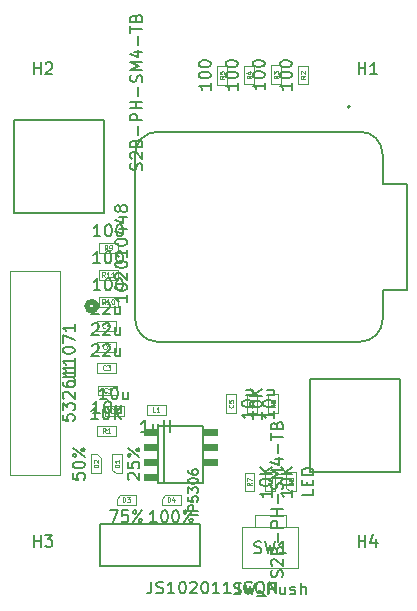
<source format=gbr>
%TF.GenerationSoftware,KiCad,Pcbnew,8.0.8*%
%TF.CreationDate,2025-04-02T15:42:23+05:30*%
%TF.ProjectId,STHDAQ_B1,53544844-4151-45f4-9231-2e6b69636164,rev?*%
%TF.SameCoordinates,Original*%
%TF.FileFunction,AssemblyDrawing,Top*%
%FSLAX46Y46*%
G04 Gerber Fmt 4.6, Leading zero omitted, Abs format (unit mm)*
G04 Created by KiCad (PCBNEW 8.0.8) date 2025-04-02 15:42:23*
%MOMM*%
%LPD*%
G01*
G04 APERTURE LIST*
%ADD10C,0.150000*%
%ADD11C,0.060000*%
%ADD12C,0.100000*%
%ADD13C,0.127000*%
%ADD14C,0.200000*%
%ADD15C,0.025400*%
%ADD16C,0.508000*%
%ADD17C,0.203200*%
%ADD18C,0.010000*%
G04 APERTURE END LIST*
D10*
X145887167Y-71160819D02*
X145315739Y-71160819D01*
X145601453Y-71160819D02*
X145601453Y-70160819D01*
X145601453Y-70160819D02*
X145506215Y-70303676D01*
X145506215Y-70303676D02*
X145410977Y-70398914D01*
X145410977Y-70398914D02*
X145315739Y-70446533D01*
X146506215Y-70160819D02*
X146601453Y-70160819D01*
X146601453Y-70160819D02*
X146696691Y-70208438D01*
X146696691Y-70208438D02*
X146744310Y-70256057D01*
X146744310Y-70256057D02*
X146791929Y-70351295D01*
X146791929Y-70351295D02*
X146839548Y-70541771D01*
X146839548Y-70541771D02*
X146839548Y-70779866D01*
X146839548Y-70779866D02*
X146791929Y-70970342D01*
X146791929Y-70970342D02*
X146744310Y-71065580D01*
X146744310Y-71065580D02*
X146696691Y-71113200D01*
X146696691Y-71113200D02*
X146601453Y-71160819D01*
X146601453Y-71160819D02*
X146506215Y-71160819D01*
X146506215Y-71160819D02*
X146410977Y-71113200D01*
X146410977Y-71113200D02*
X146363358Y-71065580D01*
X146363358Y-71065580D02*
X146315739Y-70970342D01*
X146315739Y-70970342D02*
X146268120Y-70779866D01*
X146268120Y-70779866D02*
X146268120Y-70541771D01*
X146268120Y-70541771D02*
X146315739Y-70351295D01*
X146315739Y-70351295D02*
X146363358Y-70256057D01*
X146363358Y-70256057D02*
X146410977Y-70208438D01*
X146410977Y-70208438D02*
X146506215Y-70160819D01*
X147458596Y-70160819D02*
X147553834Y-70160819D01*
X147553834Y-70160819D02*
X147649072Y-70208438D01*
X147649072Y-70208438D02*
X147696691Y-70256057D01*
X147696691Y-70256057D02*
X147744310Y-70351295D01*
X147744310Y-70351295D02*
X147791929Y-70541771D01*
X147791929Y-70541771D02*
X147791929Y-70779866D01*
X147791929Y-70779866D02*
X147744310Y-70970342D01*
X147744310Y-70970342D02*
X147696691Y-71065580D01*
X147696691Y-71065580D02*
X147649072Y-71113200D01*
X147649072Y-71113200D02*
X147553834Y-71160819D01*
X147553834Y-71160819D02*
X147458596Y-71160819D01*
X147458596Y-71160819D02*
X147363358Y-71113200D01*
X147363358Y-71113200D02*
X147315739Y-71065580D01*
X147315739Y-71065580D02*
X147268120Y-70970342D01*
X147268120Y-70970342D02*
X147220501Y-70779866D01*
X147220501Y-70779866D02*
X147220501Y-70541771D01*
X147220501Y-70541771D02*
X147268120Y-70351295D01*
X147268120Y-70351295D02*
X147315739Y-70256057D01*
X147315739Y-70256057D02*
X147363358Y-70208438D01*
X147363358Y-70208438D02*
X147458596Y-70160819D01*
D11*
X146296691Y-72317927D02*
X146163358Y-72127451D01*
X146068120Y-72317927D02*
X146068120Y-71917927D01*
X146068120Y-71917927D02*
X146220501Y-71917927D01*
X146220501Y-71917927D02*
X146258596Y-71936975D01*
X146258596Y-71936975D02*
X146277643Y-71956022D01*
X146277643Y-71956022D02*
X146296691Y-71994118D01*
X146296691Y-71994118D02*
X146296691Y-72051260D01*
X146296691Y-72051260D02*
X146277643Y-72089356D01*
X146277643Y-72089356D02*
X146258596Y-72108403D01*
X146258596Y-72108403D02*
X146220501Y-72127451D01*
X146220501Y-72127451D02*
X146068120Y-72127451D01*
X146677643Y-72317927D02*
X146449072Y-72317927D01*
X146563358Y-72317927D02*
X146563358Y-71917927D01*
X146563358Y-71917927D02*
X146525262Y-71975070D01*
X146525262Y-71975070D02*
X146487167Y-72013165D01*
X146487167Y-72013165D02*
X146449072Y-72032213D01*
X147058595Y-72317927D02*
X146830024Y-72317927D01*
X146944310Y-72317927D02*
X146944310Y-71917927D01*
X146944310Y-71917927D02*
X146906214Y-71975070D01*
X146906214Y-71975070D02*
X146868119Y-72013165D01*
X146868119Y-72013165D02*
X146830024Y-72032213D01*
D10*
X145891333Y-73446819D02*
X145319905Y-73446819D01*
X145605619Y-73446819D02*
X145605619Y-72446819D01*
X145605619Y-72446819D02*
X145510381Y-72589676D01*
X145510381Y-72589676D02*
X145415143Y-72684914D01*
X145415143Y-72684914D02*
X145319905Y-72732533D01*
X146510381Y-72446819D02*
X146605619Y-72446819D01*
X146605619Y-72446819D02*
X146700857Y-72494438D01*
X146700857Y-72494438D02*
X146748476Y-72542057D01*
X146748476Y-72542057D02*
X146796095Y-72637295D01*
X146796095Y-72637295D02*
X146843714Y-72827771D01*
X146843714Y-72827771D02*
X146843714Y-73065866D01*
X146843714Y-73065866D02*
X146796095Y-73256342D01*
X146796095Y-73256342D02*
X146748476Y-73351580D01*
X146748476Y-73351580D02*
X146700857Y-73399200D01*
X146700857Y-73399200D02*
X146605619Y-73446819D01*
X146605619Y-73446819D02*
X146510381Y-73446819D01*
X146510381Y-73446819D02*
X146415143Y-73399200D01*
X146415143Y-73399200D02*
X146367524Y-73351580D01*
X146367524Y-73351580D02*
X146319905Y-73256342D01*
X146319905Y-73256342D02*
X146272286Y-73065866D01*
X146272286Y-73065866D02*
X146272286Y-72827771D01*
X146272286Y-72827771D02*
X146319905Y-72637295D01*
X146319905Y-72637295D02*
X146367524Y-72542057D01*
X146367524Y-72542057D02*
X146415143Y-72494438D01*
X146415143Y-72494438D02*
X146510381Y-72446819D01*
X147462762Y-72446819D02*
X147558000Y-72446819D01*
X147558000Y-72446819D02*
X147653238Y-72494438D01*
X147653238Y-72494438D02*
X147700857Y-72542057D01*
X147700857Y-72542057D02*
X147748476Y-72637295D01*
X147748476Y-72637295D02*
X147796095Y-72827771D01*
X147796095Y-72827771D02*
X147796095Y-73065866D01*
X147796095Y-73065866D02*
X147748476Y-73256342D01*
X147748476Y-73256342D02*
X147700857Y-73351580D01*
X147700857Y-73351580D02*
X147653238Y-73399200D01*
X147653238Y-73399200D02*
X147558000Y-73446819D01*
X147558000Y-73446819D02*
X147462762Y-73446819D01*
X147462762Y-73446819D02*
X147367524Y-73399200D01*
X147367524Y-73399200D02*
X147319905Y-73351580D01*
X147319905Y-73351580D02*
X147272286Y-73256342D01*
X147272286Y-73256342D02*
X147224667Y-73065866D01*
X147224667Y-73065866D02*
X147224667Y-72827771D01*
X147224667Y-72827771D02*
X147272286Y-72637295D01*
X147272286Y-72637295D02*
X147319905Y-72542057D01*
X147319905Y-72542057D02*
X147367524Y-72494438D01*
X147367524Y-72494438D02*
X147462762Y-72446819D01*
D11*
X146300857Y-74603927D02*
X146167524Y-74413451D01*
X146072286Y-74603927D02*
X146072286Y-74203927D01*
X146072286Y-74203927D02*
X146224667Y-74203927D01*
X146224667Y-74203927D02*
X146262762Y-74222975D01*
X146262762Y-74222975D02*
X146281809Y-74242022D01*
X146281809Y-74242022D02*
X146300857Y-74280118D01*
X146300857Y-74280118D02*
X146300857Y-74337260D01*
X146300857Y-74337260D02*
X146281809Y-74375356D01*
X146281809Y-74375356D02*
X146262762Y-74394403D01*
X146262762Y-74394403D02*
X146224667Y-74413451D01*
X146224667Y-74413451D02*
X146072286Y-74413451D01*
X146681809Y-74603927D02*
X146453238Y-74603927D01*
X146567524Y-74603927D02*
X146567524Y-74203927D01*
X146567524Y-74203927D02*
X146529428Y-74261070D01*
X146529428Y-74261070D02*
X146491333Y-74299165D01*
X146491333Y-74299165D02*
X146453238Y-74318213D01*
X146929428Y-74203927D02*
X146967523Y-74203927D01*
X146967523Y-74203927D02*
X147005619Y-74222975D01*
X147005619Y-74222975D02*
X147024666Y-74242022D01*
X147024666Y-74242022D02*
X147043714Y-74280118D01*
X147043714Y-74280118D02*
X147062761Y-74356308D01*
X147062761Y-74356308D02*
X147062761Y-74451546D01*
X147062761Y-74451546D02*
X147043714Y-74527737D01*
X147043714Y-74527737D02*
X147024666Y-74565832D01*
X147024666Y-74565832D02*
X147005619Y-74584880D01*
X147005619Y-74584880D02*
X146967523Y-74603927D01*
X146967523Y-74603927D02*
X146929428Y-74603927D01*
X146929428Y-74603927D02*
X146891333Y-74584880D01*
X146891333Y-74584880D02*
X146872285Y-74565832D01*
X146872285Y-74565832D02*
X146853238Y-74527737D01*
X146853238Y-74527737D02*
X146834190Y-74451546D01*
X146834190Y-74451546D02*
X146834190Y-74356308D01*
X146834190Y-74356308D02*
X146853238Y-74280118D01*
X146853238Y-74280118D02*
X146872285Y-74242022D01*
X146872285Y-74242022D02*
X146891333Y-74222975D01*
X146891333Y-74222975D02*
X146929428Y-74203927D01*
D10*
X145899665Y-68874819D02*
X145328237Y-68874819D01*
X145613951Y-68874819D02*
X145613951Y-67874819D01*
X145613951Y-67874819D02*
X145518713Y-68017676D01*
X145518713Y-68017676D02*
X145423475Y-68112914D01*
X145423475Y-68112914D02*
X145328237Y-68160533D01*
X146518713Y-67874819D02*
X146613951Y-67874819D01*
X146613951Y-67874819D02*
X146709189Y-67922438D01*
X146709189Y-67922438D02*
X146756808Y-67970057D01*
X146756808Y-67970057D02*
X146804427Y-68065295D01*
X146804427Y-68065295D02*
X146852046Y-68255771D01*
X146852046Y-68255771D02*
X146852046Y-68493866D01*
X146852046Y-68493866D02*
X146804427Y-68684342D01*
X146804427Y-68684342D02*
X146756808Y-68779580D01*
X146756808Y-68779580D02*
X146709189Y-68827200D01*
X146709189Y-68827200D02*
X146613951Y-68874819D01*
X146613951Y-68874819D02*
X146518713Y-68874819D01*
X146518713Y-68874819D02*
X146423475Y-68827200D01*
X146423475Y-68827200D02*
X146375856Y-68779580D01*
X146375856Y-68779580D02*
X146328237Y-68684342D01*
X146328237Y-68684342D02*
X146280618Y-68493866D01*
X146280618Y-68493866D02*
X146280618Y-68255771D01*
X146280618Y-68255771D02*
X146328237Y-68065295D01*
X146328237Y-68065295D02*
X146375856Y-67970057D01*
X146375856Y-67970057D02*
X146423475Y-67922438D01*
X146423475Y-67922438D02*
X146518713Y-67874819D01*
X147471094Y-67874819D02*
X147566332Y-67874819D01*
X147566332Y-67874819D02*
X147661570Y-67922438D01*
X147661570Y-67922438D02*
X147709189Y-67970057D01*
X147709189Y-67970057D02*
X147756808Y-68065295D01*
X147756808Y-68065295D02*
X147804427Y-68255771D01*
X147804427Y-68255771D02*
X147804427Y-68493866D01*
X147804427Y-68493866D02*
X147756808Y-68684342D01*
X147756808Y-68684342D02*
X147709189Y-68779580D01*
X147709189Y-68779580D02*
X147661570Y-68827200D01*
X147661570Y-68827200D02*
X147566332Y-68874819D01*
X147566332Y-68874819D02*
X147471094Y-68874819D01*
X147471094Y-68874819D02*
X147375856Y-68827200D01*
X147375856Y-68827200D02*
X147328237Y-68779580D01*
X147328237Y-68779580D02*
X147280618Y-68684342D01*
X147280618Y-68684342D02*
X147232999Y-68493866D01*
X147232999Y-68493866D02*
X147232999Y-68255771D01*
X147232999Y-68255771D02*
X147280618Y-68065295D01*
X147280618Y-68065295D02*
X147328237Y-67970057D01*
X147328237Y-67970057D02*
X147375856Y-67922438D01*
X147375856Y-67922438D02*
X147471094Y-67874819D01*
D11*
X146499665Y-70031927D02*
X146366332Y-69841451D01*
X146271094Y-70031927D02*
X146271094Y-69631927D01*
X146271094Y-69631927D02*
X146423475Y-69631927D01*
X146423475Y-69631927D02*
X146461570Y-69650975D01*
X146461570Y-69650975D02*
X146480617Y-69670022D01*
X146480617Y-69670022D02*
X146499665Y-69708118D01*
X146499665Y-69708118D02*
X146499665Y-69765260D01*
X146499665Y-69765260D02*
X146480617Y-69803356D01*
X146480617Y-69803356D02*
X146461570Y-69822403D01*
X146461570Y-69822403D02*
X146423475Y-69841451D01*
X146423475Y-69841451D02*
X146271094Y-69841451D01*
X146690141Y-70031927D02*
X146766332Y-70031927D01*
X146766332Y-70031927D02*
X146804427Y-70012880D01*
X146804427Y-70012880D02*
X146823475Y-69993832D01*
X146823475Y-69993832D02*
X146861570Y-69936689D01*
X146861570Y-69936689D02*
X146880617Y-69860499D01*
X146880617Y-69860499D02*
X146880617Y-69708118D01*
X146880617Y-69708118D02*
X146861570Y-69670022D01*
X146861570Y-69670022D02*
X146842522Y-69650975D01*
X146842522Y-69650975D02*
X146804427Y-69631927D01*
X146804427Y-69631927D02*
X146728236Y-69631927D01*
X146728236Y-69631927D02*
X146690141Y-69650975D01*
X146690141Y-69650975D02*
X146671094Y-69670022D01*
X146671094Y-69670022D02*
X146652046Y-69708118D01*
X146652046Y-69708118D02*
X146652046Y-69803356D01*
X146652046Y-69803356D02*
X146671094Y-69841451D01*
X146671094Y-69841451D02*
X146690141Y-69860499D01*
X146690141Y-69860499D02*
X146728236Y-69879546D01*
X146728236Y-69879546D02*
X146804427Y-69879546D01*
X146804427Y-69879546D02*
X146842522Y-69860499D01*
X146842522Y-69860499D02*
X146861570Y-69841451D01*
X146861570Y-69841451D02*
X146880617Y-69803356D01*
D10*
X159552819Y-83748476D02*
X159552819Y-84319904D01*
X159552819Y-84034190D02*
X158552819Y-84034190D01*
X158552819Y-84034190D02*
X158695676Y-84129428D01*
X158695676Y-84129428D02*
X158790914Y-84224666D01*
X158790914Y-84224666D02*
X158838533Y-84319904D01*
X158552819Y-83129428D02*
X158552819Y-83034190D01*
X158552819Y-83034190D02*
X158600438Y-82938952D01*
X158600438Y-82938952D02*
X158648057Y-82891333D01*
X158648057Y-82891333D02*
X158743295Y-82843714D01*
X158743295Y-82843714D02*
X158933771Y-82796095D01*
X158933771Y-82796095D02*
X159171866Y-82796095D01*
X159171866Y-82796095D02*
X159362342Y-82843714D01*
X159362342Y-82843714D02*
X159457580Y-82891333D01*
X159457580Y-82891333D02*
X159505200Y-82938952D01*
X159505200Y-82938952D02*
X159552819Y-83034190D01*
X159552819Y-83034190D02*
X159552819Y-83129428D01*
X159552819Y-83129428D02*
X159505200Y-83224666D01*
X159505200Y-83224666D02*
X159457580Y-83272285D01*
X159457580Y-83272285D02*
X159362342Y-83319904D01*
X159362342Y-83319904D02*
X159171866Y-83367523D01*
X159171866Y-83367523D02*
X158933771Y-83367523D01*
X158933771Y-83367523D02*
X158743295Y-83319904D01*
X158743295Y-83319904D02*
X158648057Y-83272285D01*
X158648057Y-83272285D02*
X158600438Y-83224666D01*
X158600438Y-83224666D02*
X158552819Y-83129428D01*
X159552819Y-82367523D02*
X158552819Y-82367523D01*
X159552819Y-81796095D02*
X158981390Y-82224666D01*
X158552819Y-81796095D02*
X159124247Y-82367523D01*
D11*
X160709927Y-83124666D02*
X160519451Y-83257999D01*
X160709927Y-83353237D02*
X160309927Y-83353237D01*
X160309927Y-83353237D02*
X160309927Y-83200856D01*
X160309927Y-83200856D02*
X160328975Y-83162761D01*
X160328975Y-83162761D02*
X160348022Y-83143714D01*
X160348022Y-83143714D02*
X160386118Y-83124666D01*
X160386118Y-83124666D02*
X160443260Y-83124666D01*
X160443260Y-83124666D02*
X160481356Y-83143714D01*
X160481356Y-83143714D02*
X160500403Y-83162761D01*
X160500403Y-83162761D02*
X160519451Y-83200856D01*
X160519451Y-83200856D02*
X160519451Y-83353237D01*
X160481356Y-82896095D02*
X160462308Y-82934190D01*
X160462308Y-82934190D02*
X160443260Y-82953237D01*
X160443260Y-82953237D02*
X160405165Y-82972285D01*
X160405165Y-82972285D02*
X160386118Y-82972285D01*
X160386118Y-82972285D02*
X160348022Y-82953237D01*
X160348022Y-82953237D02*
X160328975Y-82934190D01*
X160328975Y-82934190D02*
X160309927Y-82896095D01*
X160309927Y-82896095D02*
X160309927Y-82819904D01*
X160309927Y-82819904D02*
X160328975Y-82781809D01*
X160328975Y-82781809D02*
X160348022Y-82762761D01*
X160348022Y-82762761D02*
X160386118Y-82743714D01*
X160386118Y-82743714D02*
X160405165Y-82743714D01*
X160405165Y-82743714D02*
X160443260Y-82762761D01*
X160443260Y-82762761D02*
X160462308Y-82781809D01*
X160462308Y-82781809D02*
X160481356Y-82819904D01*
X160481356Y-82819904D02*
X160481356Y-82896095D01*
X160481356Y-82896095D02*
X160500403Y-82934190D01*
X160500403Y-82934190D02*
X160519451Y-82953237D01*
X160519451Y-82953237D02*
X160557546Y-82972285D01*
X160557546Y-82972285D02*
X160633737Y-82972285D01*
X160633737Y-82972285D02*
X160671832Y-82953237D01*
X160671832Y-82953237D02*
X160690880Y-82934190D01*
X160690880Y-82934190D02*
X160709927Y-82896095D01*
X160709927Y-82896095D02*
X160709927Y-82819904D01*
X160709927Y-82819904D02*
X160690880Y-82781809D01*
X160690880Y-82781809D02*
X160671832Y-82762761D01*
X160671832Y-82762761D02*
X160633737Y-82743714D01*
X160633737Y-82743714D02*
X160557546Y-82743714D01*
X160557546Y-82743714D02*
X160519451Y-82762761D01*
X160519451Y-82762761D02*
X160500403Y-82781809D01*
X160500403Y-82781809D02*
X160481356Y-82819904D01*
D10*
X160406819Y-90367476D02*
X160406819Y-90938904D01*
X160406819Y-90653190D02*
X159406819Y-90653190D01*
X159406819Y-90653190D02*
X159549676Y-90748428D01*
X159549676Y-90748428D02*
X159644914Y-90843666D01*
X159644914Y-90843666D02*
X159692533Y-90938904D01*
X159406819Y-89748428D02*
X159406819Y-89653190D01*
X159406819Y-89653190D02*
X159454438Y-89557952D01*
X159454438Y-89557952D02*
X159502057Y-89510333D01*
X159502057Y-89510333D02*
X159597295Y-89462714D01*
X159597295Y-89462714D02*
X159787771Y-89415095D01*
X159787771Y-89415095D02*
X160025866Y-89415095D01*
X160025866Y-89415095D02*
X160216342Y-89462714D01*
X160216342Y-89462714D02*
X160311580Y-89510333D01*
X160311580Y-89510333D02*
X160359200Y-89557952D01*
X160359200Y-89557952D02*
X160406819Y-89653190D01*
X160406819Y-89653190D02*
X160406819Y-89748428D01*
X160406819Y-89748428D02*
X160359200Y-89843666D01*
X160359200Y-89843666D02*
X160311580Y-89891285D01*
X160311580Y-89891285D02*
X160216342Y-89938904D01*
X160216342Y-89938904D02*
X160025866Y-89986523D01*
X160025866Y-89986523D02*
X159787771Y-89986523D01*
X159787771Y-89986523D02*
X159597295Y-89938904D01*
X159597295Y-89938904D02*
X159502057Y-89891285D01*
X159502057Y-89891285D02*
X159454438Y-89843666D01*
X159454438Y-89843666D02*
X159406819Y-89748428D01*
X160406819Y-88986523D02*
X159406819Y-88986523D01*
X160406819Y-88415095D02*
X159835390Y-88843666D01*
X159406819Y-88415095D02*
X159978247Y-88986523D01*
D11*
X158703927Y-89743666D02*
X158513451Y-89876999D01*
X158703927Y-89972237D02*
X158303927Y-89972237D01*
X158303927Y-89972237D02*
X158303927Y-89819856D01*
X158303927Y-89819856D02*
X158322975Y-89781761D01*
X158322975Y-89781761D02*
X158342022Y-89762714D01*
X158342022Y-89762714D02*
X158380118Y-89743666D01*
X158380118Y-89743666D02*
X158437260Y-89743666D01*
X158437260Y-89743666D02*
X158475356Y-89762714D01*
X158475356Y-89762714D02*
X158494403Y-89781761D01*
X158494403Y-89781761D02*
X158513451Y-89819856D01*
X158513451Y-89819856D02*
X158513451Y-89972237D01*
X158303927Y-89610333D02*
X158303927Y-89343666D01*
X158303927Y-89343666D02*
X158703927Y-89515095D01*
D10*
X162158819Y-90352476D02*
X162158819Y-90923904D01*
X162158819Y-90638190D02*
X161158819Y-90638190D01*
X161158819Y-90638190D02*
X161301676Y-90733428D01*
X161301676Y-90733428D02*
X161396914Y-90828666D01*
X161396914Y-90828666D02*
X161444533Y-90923904D01*
X161158819Y-89733428D02*
X161158819Y-89638190D01*
X161158819Y-89638190D02*
X161206438Y-89542952D01*
X161206438Y-89542952D02*
X161254057Y-89495333D01*
X161254057Y-89495333D02*
X161349295Y-89447714D01*
X161349295Y-89447714D02*
X161539771Y-89400095D01*
X161539771Y-89400095D02*
X161777866Y-89400095D01*
X161777866Y-89400095D02*
X161968342Y-89447714D01*
X161968342Y-89447714D02*
X162063580Y-89495333D01*
X162063580Y-89495333D02*
X162111200Y-89542952D01*
X162111200Y-89542952D02*
X162158819Y-89638190D01*
X162158819Y-89638190D02*
X162158819Y-89733428D01*
X162158819Y-89733428D02*
X162111200Y-89828666D01*
X162111200Y-89828666D02*
X162063580Y-89876285D01*
X162063580Y-89876285D02*
X161968342Y-89923904D01*
X161968342Y-89923904D02*
X161777866Y-89971523D01*
X161777866Y-89971523D02*
X161539771Y-89971523D01*
X161539771Y-89971523D02*
X161349295Y-89923904D01*
X161349295Y-89923904D02*
X161254057Y-89876285D01*
X161254057Y-89876285D02*
X161206438Y-89828666D01*
X161206438Y-89828666D02*
X161158819Y-89733428D01*
X162158819Y-88971523D02*
X161158819Y-88971523D01*
X162158819Y-88400095D02*
X161587390Y-88828666D01*
X161158819Y-88400095D02*
X161730247Y-88971523D01*
D11*
X160455927Y-89728666D02*
X160265451Y-89861999D01*
X160455927Y-89957237D02*
X160055927Y-89957237D01*
X160055927Y-89957237D02*
X160055927Y-89804856D01*
X160055927Y-89804856D02*
X160074975Y-89766761D01*
X160074975Y-89766761D02*
X160094022Y-89747714D01*
X160094022Y-89747714D02*
X160132118Y-89728666D01*
X160132118Y-89728666D02*
X160189260Y-89728666D01*
X160189260Y-89728666D02*
X160227356Y-89747714D01*
X160227356Y-89747714D02*
X160246403Y-89766761D01*
X160246403Y-89766761D02*
X160265451Y-89804856D01*
X160265451Y-89804856D02*
X160265451Y-89957237D01*
X160055927Y-89385809D02*
X160055927Y-89461999D01*
X160055927Y-89461999D02*
X160074975Y-89500095D01*
X160074975Y-89500095D02*
X160094022Y-89519142D01*
X160094022Y-89519142D02*
X160151165Y-89557237D01*
X160151165Y-89557237D02*
X160227356Y-89576285D01*
X160227356Y-89576285D02*
X160379737Y-89576285D01*
X160379737Y-89576285D02*
X160417832Y-89557237D01*
X160417832Y-89557237D02*
X160436880Y-89538190D01*
X160436880Y-89538190D02*
X160455927Y-89500095D01*
X160455927Y-89500095D02*
X160455927Y-89423904D01*
X160455927Y-89423904D02*
X160436880Y-89385809D01*
X160436880Y-89385809D02*
X160417832Y-89366761D01*
X160417832Y-89366761D02*
X160379737Y-89347714D01*
X160379737Y-89347714D02*
X160284499Y-89347714D01*
X160284499Y-89347714D02*
X160246403Y-89366761D01*
X160246403Y-89366761D02*
X160227356Y-89385809D01*
X160227356Y-89385809D02*
X160208308Y-89423904D01*
X160208308Y-89423904D02*
X160208308Y-89500095D01*
X160208308Y-89500095D02*
X160227356Y-89538190D01*
X160227356Y-89538190D02*
X160246403Y-89557237D01*
X160246403Y-89557237D02*
X160284499Y-89576285D01*
D10*
X155234819Y-55892332D02*
X155234819Y-56463760D01*
X155234819Y-56178046D02*
X154234819Y-56178046D01*
X154234819Y-56178046D02*
X154377676Y-56273284D01*
X154377676Y-56273284D02*
X154472914Y-56368522D01*
X154472914Y-56368522D02*
X154520533Y-56463760D01*
X154234819Y-55273284D02*
X154234819Y-55178046D01*
X154234819Y-55178046D02*
X154282438Y-55082808D01*
X154282438Y-55082808D02*
X154330057Y-55035189D01*
X154330057Y-55035189D02*
X154425295Y-54987570D01*
X154425295Y-54987570D02*
X154615771Y-54939951D01*
X154615771Y-54939951D02*
X154853866Y-54939951D01*
X154853866Y-54939951D02*
X155044342Y-54987570D01*
X155044342Y-54987570D02*
X155139580Y-55035189D01*
X155139580Y-55035189D02*
X155187200Y-55082808D01*
X155187200Y-55082808D02*
X155234819Y-55178046D01*
X155234819Y-55178046D02*
X155234819Y-55273284D01*
X155234819Y-55273284D02*
X155187200Y-55368522D01*
X155187200Y-55368522D02*
X155139580Y-55416141D01*
X155139580Y-55416141D02*
X155044342Y-55463760D01*
X155044342Y-55463760D02*
X154853866Y-55511379D01*
X154853866Y-55511379D02*
X154615771Y-55511379D01*
X154615771Y-55511379D02*
X154425295Y-55463760D01*
X154425295Y-55463760D02*
X154330057Y-55416141D01*
X154330057Y-55416141D02*
X154282438Y-55368522D01*
X154282438Y-55368522D02*
X154234819Y-55273284D01*
X154234819Y-54320903D02*
X154234819Y-54225665D01*
X154234819Y-54225665D02*
X154282438Y-54130427D01*
X154282438Y-54130427D02*
X154330057Y-54082808D01*
X154330057Y-54082808D02*
X154425295Y-54035189D01*
X154425295Y-54035189D02*
X154615771Y-53987570D01*
X154615771Y-53987570D02*
X154853866Y-53987570D01*
X154853866Y-53987570D02*
X155044342Y-54035189D01*
X155044342Y-54035189D02*
X155139580Y-54082808D01*
X155139580Y-54082808D02*
X155187200Y-54130427D01*
X155187200Y-54130427D02*
X155234819Y-54225665D01*
X155234819Y-54225665D02*
X155234819Y-54320903D01*
X155234819Y-54320903D02*
X155187200Y-54416141D01*
X155187200Y-54416141D02*
X155139580Y-54463760D01*
X155139580Y-54463760D02*
X155044342Y-54511379D01*
X155044342Y-54511379D02*
X154853866Y-54558998D01*
X154853866Y-54558998D02*
X154615771Y-54558998D01*
X154615771Y-54558998D02*
X154425295Y-54511379D01*
X154425295Y-54511379D02*
X154330057Y-54463760D01*
X154330057Y-54463760D02*
X154282438Y-54416141D01*
X154282438Y-54416141D02*
X154234819Y-54320903D01*
D11*
X156391927Y-55292332D02*
X156201451Y-55425665D01*
X156391927Y-55520903D02*
X155991927Y-55520903D01*
X155991927Y-55520903D02*
X155991927Y-55368522D01*
X155991927Y-55368522D02*
X156010975Y-55330427D01*
X156010975Y-55330427D02*
X156030022Y-55311380D01*
X156030022Y-55311380D02*
X156068118Y-55292332D01*
X156068118Y-55292332D02*
X156125260Y-55292332D01*
X156125260Y-55292332D02*
X156163356Y-55311380D01*
X156163356Y-55311380D02*
X156182403Y-55330427D01*
X156182403Y-55330427D02*
X156201451Y-55368522D01*
X156201451Y-55368522D02*
X156201451Y-55520903D01*
X155991927Y-54930427D02*
X155991927Y-55120903D01*
X155991927Y-55120903D02*
X156182403Y-55139951D01*
X156182403Y-55139951D02*
X156163356Y-55120903D01*
X156163356Y-55120903D02*
X156144308Y-55082808D01*
X156144308Y-55082808D02*
X156144308Y-54987570D01*
X156144308Y-54987570D02*
X156163356Y-54949475D01*
X156163356Y-54949475D02*
X156182403Y-54930427D01*
X156182403Y-54930427D02*
X156220499Y-54911380D01*
X156220499Y-54911380D02*
X156315737Y-54911380D01*
X156315737Y-54911380D02*
X156353832Y-54930427D01*
X156353832Y-54930427D02*
X156372880Y-54949475D01*
X156372880Y-54949475D02*
X156391927Y-54987570D01*
X156391927Y-54987570D02*
X156391927Y-55082808D01*
X156391927Y-55082808D02*
X156372880Y-55120903D01*
X156372880Y-55120903D02*
X156353832Y-55139951D01*
D10*
X157520819Y-55884000D02*
X157520819Y-56455428D01*
X157520819Y-56169714D02*
X156520819Y-56169714D01*
X156520819Y-56169714D02*
X156663676Y-56264952D01*
X156663676Y-56264952D02*
X156758914Y-56360190D01*
X156758914Y-56360190D02*
X156806533Y-56455428D01*
X156520819Y-55264952D02*
X156520819Y-55169714D01*
X156520819Y-55169714D02*
X156568438Y-55074476D01*
X156568438Y-55074476D02*
X156616057Y-55026857D01*
X156616057Y-55026857D02*
X156711295Y-54979238D01*
X156711295Y-54979238D02*
X156901771Y-54931619D01*
X156901771Y-54931619D02*
X157139866Y-54931619D01*
X157139866Y-54931619D02*
X157330342Y-54979238D01*
X157330342Y-54979238D02*
X157425580Y-55026857D01*
X157425580Y-55026857D02*
X157473200Y-55074476D01*
X157473200Y-55074476D02*
X157520819Y-55169714D01*
X157520819Y-55169714D02*
X157520819Y-55264952D01*
X157520819Y-55264952D02*
X157473200Y-55360190D01*
X157473200Y-55360190D02*
X157425580Y-55407809D01*
X157425580Y-55407809D02*
X157330342Y-55455428D01*
X157330342Y-55455428D02*
X157139866Y-55503047D01*
X157139866Y-55503047D02*
X156901771Y-55503047D01*
X156901771Y-55503047D02*
X156711295Y-55455428D01*
X156711295Y-55455428D02*
X156616057Y-55407809D01*
X156616057Y-55407809D02*
X156568438Y-55360190D01*
X156568438Y-55360190D02*
X156520819Y-55264952D01*
X156520819Y-54312571D02*
X156520819Y-54217333D01*
X156520819Y-54217333D02*
X156568438Y-54122095D01*
X156568438Y-54122095D02*
X156616057Y-54074476D01*
X156616057Y-54074476D02*
X156711295Y-54026857D01*
X156711295Y-54026857D02*
X156901771Y-53979238D01*
X156901771Y-53979238D02*
X157139866Y-53979238D01*
X157139866Y-53979238D02*
X157330342Y-54026857D01*
X157330342Y-54026857D02*
X157425580Y-54074476D01*
X157425580Y-54074476D02*
X157473200Y-54122095D01*
X157473200Y-54122095D02*
X157520819Y-54217333D01*
X157520819Y-54217333D02*
X157520819Y-54312571D01*
X157520819Y-54312571D02*
X157473200Y-54407809D01*
X157473200Y-54407809D02*
X157425580Y-54455428D01*
X157425580Y-54455428D02*
X157330342Y-54503047D01*
X157330342Y-54503047D02*
X157139866Y-54550666D01*
X157139866Y-54550666D02*
X156901771Y-54550666D01*
X156901771Y-54550666D02*
X156711295Y-54503047D01*
X156711295Y-54503047D02*
X156616057Y-54455428D01*
X156616057Y-54455428D02*
X156568438Y-54407809D01*
X156568438Y-54407809D02*
X156520819Y-54312571D01*
D11*
X158677927Y-55284000D02*
X158487451Y-55417333D01*
X158677927Y-55512571D02*
X158277927Y-55512571D01*
X158277927Y-55512571D02*
X158277927Y-55360190D01*
X158277927Y-55360190D02*
X158296975Y-55322095D01*
X158296975Y-55322095D02*
X158316022Y-55303048D01*
X158316022Y-55303048D02*
X158354118Y-55284000D01*
X158354118Y-55284000D02*
X158411260Y-55284000D01*
X158411260Y-55284000D02*
X158449356Y-55303048D01*
X158449356Y-55303048D02*
X158468403Y-55322095D01*
X158468403Y-55322095D02*
X158487451Y-55360190D01*
X158487451Y-55360190D02*
X158487451Y-55512571D01*
X158411260Y-54941143D02*
X158677927Y-54941143D01*
X158258880Y-55036381D02*
X158544594Y-55131619D01*
X158544594Y-55131619D02*
X158544594Y-54884000D01*
D10*
X159806819Y-55871502D02*
X159806819Y-56442930D01*
X159806819Y-56157216D02*
X158806819Y-56157216D01*
X158806819Y-56157216D02*
X158949676Y-56252454D01*
X158949676Y-56252454D02*
X159044914Y-56347692D01*
X159044914Y-56347692D02*
X159092533Y-56442930D01*
X158806819Y-55252454D02*
X158806819Y-55157216D01*
X158806819Y-55157216D02*
X158854438Y-55061978D01*
X158854438Y-55061978D02*
X158902057Y-55014359D01*
X158902057Y-55014359D02*
X158997295Y-54966740D01*
X158997295Y-54966740D02*
X159187771Y-54919121D01*
X159187771Y-54919121D02*
X159425866Y-54919121D01*
X159425866Y-54919121D02*
X159616342Y-54966740D01*
X159616342Y-54966740D02*
X159711580Y-55014359D01*
X159711580Y-55014359D02*
X159759200Y-55061978D01*
X159759200Y-55061978D02*
X159806819Y-55157216D01*
X159806819Y-55157216D02*
X159806819Y-55252454D01*
X159806819Y-55252454D02*
X159759200Y-55347692D01*
X159759200Y-55347692D02*
X159711580Y-55395311D01*
X159711580Y-55395311D02*
X159616342Y-55442930D01*
X159616342Y-55442930D02*
X159425866Y-55490549D01*
X159425866Y-55490549D02*
X159187771Y-55490549D01*
X159187771Y-55490549D02*
X158997295Y-55442930D01*
X158997295Y-55442930D02*
X158902057Y-55395311D01*
X158902057Y-55395311D02*
X158854438Y-55347692D01*
X158854438Y-55347692D02*
X158806819Y-55252454D01*
X158806819Y-54300073D02*
X158806819Y-54204835D01*
X158806819Y-54204835D02*
X158854438Y-54109597D01*
X158854438Y-54109597D02*
X158902057Y-54061978D01*
X158902057Y-54061978D02*
X158997295Y-54014359D01*
X158997295Y-54014359D02*
X159187771Y-53966740D01*
X159187771Y-53966740D02*
X159425866Y-53966740D01*
X159425866Y-53966740D02*
X159616342Y-54014359D01*
X159616342Y-54014359D02*
X159711580Y-54061978D01*
X159711580Y-54061978D02*
X159759200Y-54109597D01*
X159759200Y-54109597D02*
X159806819Y-54204835D01*
X159806819Y-54204835D02*
X159806819Y-54300073D01*
X159806819Y-54300073D02*
X159759200Y-54395311D01*
X159759200Y-54395311D02*
X159711580Y-54442930D01*
X159711580Y-54442930D02*
X159616342Y-54490549D01*
X159616342Y-54490549D02*
X159425866Y-54538168D01*
X159425866Y-54538168D02*
X159187771Y-54538168D01*
X159187771Y-54538168D02*
X158997295Y-54490549D01*
X158997295Y-54490549D02*
X158902057Y-54442930D01*
X158902057Y-54442930D02*
X158854438Y-54395311D01*
X158854438Y-54395311D02*
X158806819Y-54300073D01*
D11*
X160963927Y-55271502D02*
X160773451Y-55404835D01*
X160963927Y-55500073D02*
X160563927Y-55500073D01*
X160563927Y-55500073D02*
X160563927Y-55347692D01*
X160563927Y-55347692D02*
X160582975Y-55309597D01*
X160582975Y-55309597D02*
X160602022Y-55290550D01*
X160602022Y-55290550D02*
X160640118Y-55271502D01*
X160640118Y-55271502D02*
X160697260Y-55271502D01*
X160697260Y-55271502D02*
X160735356Y-55290550D01*
X160735356Y-55290550D02*
X160754403Y-55309597D01*
X160754403Y-55309597D02*
X160773451Y-55347692D01*
X160773451Y-55347692D02*
X160773451Y-55500073D01*
X160563927Y-55138169D02*
X160563927Y-54890550D01*
X160563927Y-54890550D02*
X160716308Y-55023883D01*
X160716308Y-55023883D02*
X160716308Y-54966740D01*
X160716308Y-54966740D02*
X160735356Y-54928645D01*
X160735356Y-54928645D02*
X160754403Y-54909597D01*
X160754403Y-54909597D02*
X160792499Y-54890550D01*
X160792499Y-54890550D02*
X160887737Y-54890550D01*
X160887737Y-54890550D02*
X160925832Y-54909597D01*
X160925832Y-54909597D02*
X160944880Y-54928645D01*
X160944880Y-54928645D02*
X160963927Y-54966740D01*
X160963927Y-54966740D02*
X160963927Y-55081026D01*
X160963927Y-55081026D02*
X160944880Y-55119121D01*
X160944880Y-55119121D02*
X160925832Y-55138169D01*
D10*
X162092819Y-55888166D02*
X162092819Y-56459594D01*
X162092819Y-56173880D02*
X161092819Y-56173880D01*
X161092819Y-56173880D02*
X161235676Y-56269118D01*
X161235676Y-56269118D02*
X161330914Y-56364356D01*
X161330914Y-56364356D02*
X161378533Y-56459594D01*
X161092819Y-55269118D02*
X161092819Y-55173880D01*
X161092819Y-55173880D02*
X161140438Y-55078642D01*
X161140438Y-55078642D02*
X161188057Y-55031023D01*
X161188057Y-55031023D02*
X161283295Y-54983404D01*
X161283295Y-54983404D02*
X161473771Y-54935785D01*
X161473771Y-54935785D02*
X161711866Y-54935785D01*
X161711866Y-54935785D02*
X161902342Y-54983404D01*
X161902342Y-54983404D02*
X161997580Y-55031023D01*
X161997580Y-55031023D02*
X162045200Y-55078642D01*
X162045200Y-55078642D02*
X162092819Y-55173880D01*
X162092819Y-55173880D02*
X162092819Y-55269118D01*
X162092819Y-55269118D02*
X162045200Y-55364356D01*
X162045200Y-55364356D02*
X161997580Y-55411975D01*
X161997580Y-55411975D02*
X161902342Y-55459594D01*
X161902342Y-55459594D02*
X161711866Y-55507213D01*
X161711866Y-55507213D02*
X161473771Y-55507213D01*
X161473771Y-55507213D02*
X161283295Y-55459594D01*
X161283295Y-55459594D02*
X161188057Y-55411975D01*
X161188057Y-55411975D02*
X161140438Y-55364356D01*
X161140438Y-55364356D02*
X161092819Y-55269118D01*
X161092819Y-54316737D02*
X161092819Y-54221499D01*
X161092819Y-54221499D02*
X161140438Y-54126261D01*
X161140438Y-54126261D02*
X161188057Y-54078642D01*
X161188057Y-54078642D02*
X161283295Y-54031023D01*
X161283295Y-54031023D02*
X161473771Y-53983404D01*
X161473771Y-53983404D02*
X161711866Y-53983404D01*
X161711866Y-53983404D02*
X161902342Y-54031023D01*
X161902342Y-54031023D02*
X161997580Y-54078642D01*
X161997580Y-54078642D02*
X162045200Y-54126261D01*
X162045200Y-54126261D02*
X162092819Y-54221499D01*
X162092819Y-54221499D02*
X162092819Y-54316737D01*
X162092819Y-54316737D02*
X162045200Y-54411975D01*
X162045200Y-54411975D02*
X161997580Y-54459594D01*
X161997580Y-54459594D02*
X161902342Y-54507213D01*
X161902342Y-54507213D02*
X161711866Y-54554832D01*
X161711866Y-54554832D02*
X161473771Y-54554832D01*
X161473771Y-54554832D02*
X161283295Y-54507213D01*
X161283295Y-54507213D02*
X161188057Y-54459594D01*
X161188057Y-54459594D02*
X161140438Y-54411975D01*
X161140438Y-54411975D02*
X161092819Y-54316737D01*
D11*
X163249927Y-55288166D02*
X163059451Y-55421499D01*
X163249927Y-55516737D02*
X162849927Y-55516737D01*
X162849927Y-55516737D02*
X162849927Y-55364356D01*
X162849927Y-55364356D02*
X162868975Y-55326261D01*
X162868975Y-55326261D02*
X162888022Y-55307214D01*
X162888022Y-55307214D02*
X162926118Y-55288166D01*
X162926118Y-55288166D02*
X162983260Y-55288166D01*
X162983260Y-55288166D02*
X163021356Y-55307214D01*
X163021356Y-55307214D02*
X163040403Y-55326261D01*
X163040403Y-55326261D02*
X163059451Y-55364356D01*
X163059451Y-55364356D02*
X163059451Y-55516737D01*
X162888022Y-55135785D02*
X162868975Y-55116737D01*
X162868975Y-55116737D02*
X162849927Y-55078642D01*
X162849927Y-55078642D02*
X162849927Y-54983404D01*
X162849927Y-54983404D02*
X162868975Y-54945309D01*
X162868975Y-54945309D02*
X162888022Y-54926261D01*
X162888022Y-54926261D02*
X162926118Y-54907214D01*
X162926118Y-54907214D02*
X162964213Y-54907214D01*
X162964213Y-54907214D02*
X163021356Y-54926261D01*
X163021356Y-54926261D02*
X163249927Y-55154833D01*
X163249927Y-55154833D02*
X163249927Y-54907214D01*
D10*
X145717023Y-84368819D02*
X145145595Y-84368819D01*
X145431309Y-84368819D02*
X145431309Y-83368819D01*
X145431309Y-83368819D02*
X145336071Y-83511676D01*
X145336071Y-83511676D02*
X145240833Y-83606914D01*
X145240833Y-83606914D02*
X145145595Y-83654533D01*
X146336071Y-83368819D02*
X146431309Y-83368819D01*
X146431309Y-83368819D02*
X146526547Y-83416438D01*
X146526547Y-83416438D02*
X146574166Y-83464057D01*
X146574166Y-83464057D02*
X146621785Y-83559295D01*
X146621785Y-83559295D02*
X146669404Y-83749771D01*
X146669404Y-83749771D02*
X146669404Y-83987866D01*
X146669404Y-83987866D02*
X146621785Y-84178342D01*
X146621785Y-84178342D02*
X146574166Y-84273580D01*
X146574166Y-84273580D02*
X146526547Y-84321200D01*
X146526547Y-84321200D02*
X146431309Y-84368819D01*
X146431309Y-84368819D02*
X146336071Y-84368819D01*
X146336071Y-84368819D02*
X146240833Y-84321200D01*
X146240833Y-84321200D02*
X146193214Y-84273580D01*
X146193214Y-84273580D02*
X146145595Y-84178342D01*
X146145595Y-84178342D02*
X146097976Y-83987866D01*
X146097976Y-83987866D02*
X146097976Y-83749771D01*
X146097976Y-83749771D02*
X146145595Y-83559295D01*
X146145595Y-83559295D02*
X146193214Y-83464057D01*
X146193214Y-83464057D02*
X146240833Y-83416438D01*
X146240833Y-83416438D02*
X146336071Y-83368819D01*
X147097976Y-84368819D02*
X147097976Y-83368819D01*
X147669404Y-84368819D02*
X147240833Y-83797390D01*
X147669404Y-83368819D02*
X147097976Y-83940247D01*
D11*
X146340833Y-85525927D02*
X146207500Y-85335451D01*
X146112262Y-85525927D02*
X146112262Y-85125927D01*
X146112262Y-85125927D02*
X146264643Y-85125927D01*
X146264643Y-85125927D02*
X146302738Y-85144975D01*
X146302738Y-85144975D02*
X146321785Y-85164022D01*
X146321785Y-85164022D02*
X146340833Y-85202118D01*
X146340833Y-85202118D02*
X146340833Y-85259260D01*
X146340833Y-85259260D02*
X146321785Y-85297356D01*
X146321785Y-85297356D02*
X146302738Y-85316403D01*
X146302738Y-85316403D02*
X146264643Y-85335451D01*
X146264643Y-85335451D02*
X146112262Y-85335451D01*
X146721785Y-85525927D02*
X146493214Y-85525927D01*
X146607500Y-85525927D02*
X146607500Y-85125927D01*
X146607500Y-85125927D02*
X146569404Y-85183070D01*
X146569404Y-85183070D02*
X146531309Y-85221165D01*
X146531309Y-85221165D02*
X146493214Y-85240213D01*
D10*
X149931523Y-85450819D02*
X149360095Y-85450819D01*
X149645809Y-85450819D02*
X149645809Y-84450819D01*
X149645809Y-84450819D02*
X149550571Y-84593676D01*
X149550571Y-84593676D02*
X149455333Y-84688914D01*
X149455333Y-84688914D02*
X149360095Y-84736533D01*
X150788666Y-84784152D02*
X150788666Y-85450819D01*
X150360095Y-84784152D02*
X150360095Y-85307961D01*
X150360095Y-85307961D02*
X150407714Y-85403200D01*
X150407714Y-85403200D02*
X150502952Y-85450819D01*
X150502952Y-85450819D02*
X150645809Y-85450819D01*
X150645809Y-85450819D02*
X150741047Y-85403200D01*
X150741047Y-85403200D02*
X150788666Y-85355580D01*
X151264857Y-85450819D02*
X151264857Y-84450819D01*
X151264857Y-84927009D02*
X151836285Y-84927009D01*
X151836285Y-85450819D02*
X151836285Y-84450819D01*
D11*
X150555333Y-83747927D02*
X150364857Y-83747927D01*
X150364857Y-83747927D02*
X150364857Y-83347927D01*
X150898190Y-83747927D02*
X150669619Y-83747927D01*
X150783905Y-83747927D02*
X150783905Y-83347927D01*
X150783905Y-83347927D02*
X150745809Y-83405070D01*
X150745809Y-83405070D02*
X150707714Y-83443165D01*
X150707714Y-83443165D02*
X150669619Y-83462213D01*
D10*
X163936819Y-90304857D02*
X163936819Y-90781047D01*
X163936819Y-90781047D02*
X162936819Y-90781047D01*
X163413009Y-89971523D02*
X163413009Y-89638190D01*
X163936819Y-89495333D02*
X163936819Y-89971523D01*
X163936819Y-89971523D02*
X162936819Y-89971523D01*
X162936819Y-89971523D02*
X162936819Y-89495333D01*
X163936819Y-89066761D02*
X162936819Y-89066761D01*
X162936819Y-89066761D02*
X162936819Y-88828666D01*
X162936819Y-88828666D02*
X162984438Y-88685809D01*
X162984438Y-88685809D02*
X163079676Y-88590571D01*
X163079676Y-88590571D02*
X163174914Y-88542952D01*
X163174914Y-88542952D02*
X163365390Y-88495333D01*
X163365390Y-88495333D02*
X163508247Y-88495333D01*
X163508247Y-88495333D02*
X163698723Y-88542952D01*
X163698723Y-88542952D02*
X163793961Y-88590571D01*
X163793961Y-88590571D02*
X163889200Y-88685809D01*
X163889200Y-88685809D02*
X163936819Y-88828666D01*
X163936819Y-88828666D02*
X163936819Y-89066761D01*
D11*
X162233927Y-89957237D02*
X161833927Y-89957237D01*
X161833927Y-89957237D02*
X161833927Y-89861999D01*
X161833927Y-89861999D02*
X161852975Y-89804856D01*
X161852975Y-89804856D02*
X161891070Y-89766761D01*
X161891070Y-89766761D02*
X161929165Y-89747714D01*
X161929165Y-89747714D02*
X162005356Y-89728666D01*
X162005356Y-89728666D02*
X162062499Y-89728666D01*
X162062499Y-89728666D02*
X162138689Y-89747714D01*
X162138689Y-89747714D02*
X162176784Y-89766761D01*
X162176784Y-89766761D02*
X162214880Y-89804856D01*
X162214880Y-89804856D02*
X162233927Y-89861999D01*
X162233927Y-89861999D02*
X162233927Y-89957237D01*
X161833927Y-89366761D02*
X161833927Y-89557237D01*
X161833927Y-89557237D02*
X162024403Y-89576285D01*
X162024403Y-89576285D02*
X162005356Y-89557237D01*
X162005356Y-89557237D02*
X161986308Y-89519142D01*
X161986308Y-89519142D02*
X161986308Y-89423904D01*
X161986308Y-89423904D02*
X162005356Y-89385809D01*
X162005356Y-89385809D02*
X162024403Y-89366761D01*
X162024403Y-89366761D02*
X162062499Y-89347714D01*
X162062499Y-89347714D02*
X162157737Y-89347714D01*
X162157737Y-89347714D02*
X162195832Y-89366761D01*
X162195832Y-89366761D02*
X162214880Y-89385809D01*
X162214880Y-89385809D02*
X162233927Y-89423904D01*
X162233927Y-89423904D02*
X162233927Y-89519142D01*
X162233927Y-89519142D02*
X162214880Y-89557237D01*
X162214880Y-89557237D02*
X162195832Y-89576285D01*
D10*
X150653904Y-93070819D02*
X150082476Y-93070819D01*
X150368190Y-93070819D02*
X150368190Y-92070819D01*
X150368190Y-92070819D02*
X150272952Y-92213676D01*
X150272952Y-92213676D02*
X150177714Y-92308914D01*
X150177714Y-92308914D02*
X150082476Y-92356533D01*
X151272952Y-92070819D02*
X151368190Y-92070819D01*
X151368190Y-92070819D02*
X151463428Y-92118438D01*
X151463428Y-92118438D02*
X151511047Y-92166057D01*
X151511047Y-92166057D02*
X151558666Y-92261295D01*
X151558666Y-92261295D02*
X151606285Y-92451771D01*
X151606285Y-92451771D02*
X151606285Y-92689866D01*
X151606285Y-92689866D02*
X151558666Y-92880342D01*
X151558666Y-92880342D02*
X151511047Y-92975580D01*
X151511047Y-92975580D02*
X151463428Y-93023200D01*
X151463428Y-93023200D02*
X151368190Y-93070819D01*
X151368190Y-93070819D02*
X151272952Y-93070819D01*
X151272952Y-93070819D02*
X151177714Y-93023200D01*
X151177714Y-93023200D02*
X151130095Y-92975580D01*
X151130095Y-92975580D02*
X151082476Y-92880342D01*
X151082476Y-92880342D02*
X151034857Y-92689866D01*
X151034857Y-92689866D02*
X151034857Y-92451771D01*
X151034857Y-92451771D02*
X151082476Y-92261295D01*
X151082476Y-92261295D02*
X151130095Y-92166057D01*
X151130095Y-92166057D02*
X151177714Y-92118438D01*
X151177714Y-92118438D02*
X151272952Y-92070819D01*
X152225333Y-92070819D02*
X152320571Y-92070819D01*
X152320571Y-92070819D02*
X152415809Y-92118438D01*
X152415809Y-92118438D02*
X152463428Y-92166057D01*
X152463428Y-92166057D02*
X152511047Y-92261295D01*
X152511047Y-92261295D02*
X152558666Y-92451771D01*
X152558666Y-92451771D02*
X152558666Y-92689866D01*
X152558666Y-92689866D02*
X152511047Y-92880342D01*
X152511047Y-92880342D02*
X152463428Y-92975580D01*
X152463428Y-92975580D02*
X152415809Y-93023200D01*
X152415809Y-93023200D02*
X152320571Y-93070819D01*
X152320571Y-93070819D02*
X152225333Y-93070819D01*
X152225333Y-93070819D02*
X152130095Y-93023200D01*
X152130095Y-93023200D02*
X152082476Y-92975580D01*
X152082476Y-92975580D02*
X152034857Y-92880342D01*
X152034857Y-92880342D02*
X151987238Y-92689866D01*
X151987238Y-92689866D02*
X151987238Y-92451771D01*
X151987238Y-92451771D02*
X152034857Y-92261295D01*
X152034857Y-92261295D02*
X152082476Y-92166057D01*
X152082476Y-92166057D02*
X152130095Y-92118438D01*
X152130095Y-92118438D02*
X152225333Y-92070819D01*
X152939619Y-93070819D02*
X153701523Y-92070819D01*
X153082476Y-92070819D02*
X153177714Y-92118438D01*
X153177714Y-92118438D02*
X153225333Y-92213676D01*
X153225333Y-92213676D02*
X153177714Y-92308914D01*
X153177714Y-92308914D02*
X153082476Y-92356533D01*
X153082476Y-92356533D02*
X152987238Y-92308914D01*
X152987238Y-92308914D02*
X152939619Y-92213676D01*
X152939619Y-92213676D02*
X152987238Y-92118438D01*
X152987238Y-92118438D02*
X153082476Y-92070819D01*
X153653904Y-93023200D02*
X153701523Y-92927961D01*
X153701523Y-92927961D02*
X153653904Y-92832723D01*
X153653904Y-92832723D02*
X153558666Y-92785104D01*
X153558666Y-92785104D02*
X153463428Y-92832723D01*
X153463428Y-92832723D02*
X153415809Y-92927961D01*
X153415809Y-92927961D02*
X153463428Y-93023200D01*
X153463428Y-93023200D02*
X153558666Y-93070819D01*
X153558666Y-93070819D02*
X153653904Y-93023200D01*
D11*
X151596762Y-91367927D02*
X151596762Y-90967927D01*
X151596762Y-90967927D02*
X151692000Y-90967927D01*
X151692000Y-90967927D02*
X151749143Y-90986975D01*
X151749143Y-90986975D02*
X151787238Y-91025070D01*
X151787238Y-91025070D02*
X151806285Y-91063165D01*
X151806285Y-91063165D02*
X151825333Y-91139356D01*
X151825333Y-91139356D02*
X151825333Y-91196499D01*
X151825333Y-91196499D02*
X151806285Y-91272689D01*
X151806285Y-91272689D02*
X151787238Y-91310784D01*
X151787238Y-91310784D02*
X151749143Y-91348880D01*
X151749143Y-91348880D02*
X151692000Y-91367927D01*
X151692000Y-91367927D02*
X151596762Y-91367927D01*
X152168190Y-91101260D02*
X152168190Y-91367927D01*
X152072952Y-90948880D02*
X151977714Y-91234594D01*
X151977714Y-91234594D02*
X152225333Y-91234594D01*
D10*
X146701048Y-92070819D02*
X147367714Y-92070819D01*
X147367714Y-92070819D02*
X146939143Y-93070819D01*
X148224857Y-92070819D02*
X147748667Y-92070819D01*
X147748667Y-92070819D02*
X147701048Y-92547009D01*
X147701048Y-92547009D02*
X147748667Y-92499390D01*
X147748667Y-92499390D02*
X147843905Y-92451771D01*
X147843905Y-92451771D02*
X148082000Y-92451771D01*
X148082000Y-92451771D02*
X148177238Y-92499390D01*
X148177238Y-92499390D02*
X148224857Y-92547009D01*
X148224857Y-92547009D02*
X148272476Y-92642247D01*
X148272476Y-92642247D02*
X148272476Y-92880342D01*
X148272476Y-92880342D02*
X148224857Y-92975580D01*
X148224857Y-92975580D02*
X148177238Y-93023200D01*
X148177238Y-93023200D02*
X148082000Y-93070819D01*
X148082000Y-93070819D02*
X147843905Y-93070819D01*
X147843905Y-93070819D02*
X147748667Y-93023200D01*
X147748667Y-93023200D02*
X147701048Y-92975580D01*
X148653429Y-93070819D02*
X149415333Y-92070819D01*
X148796286Y-92070819D02*
X148891524Y-92118438D01*
X148891524Y-92118438D02*
X148939143Y-92213676D01*
X148939143Y-92213676D02*
X148891524Y-92308914D01*
X148891524Y-92308914D02*
X148796286Y-92356533D01*
X148796286Y-92356533D02*
X148701048Y-92308914D01*
X148701048Y-92308914D02*
X148653429Y-92213676D01*
X148653429Y-92213676D02*
X148701048Y-92118438D01*
X148701048Y-92118438D02*
X148796286Y-92070819D01*
X149367714Y-93023200D02*
X149415333Y-92927961D01*
X149415333Y-92927961D02*
X149367714Y-92832723D01*
X149367714Y-92832723D02*
X149272476Y-92785104D01*
X149272476Y-92785104D02*
X149177238Y-92832723D01*
X149177238Y-92832723D02*
X149129619Y-92927961D01*
X149129619Y-92927961D02*
X149177238Y-93023200D01*
X149177238Y-93023200D02*
X149272476Y-93070819D01*
X149272476Y-93070819D02*
X149367714Y-93023200D01*
D11*
X147786762Y-91367927D02*
X147786762Y-90967927D01*
X147786762Y-90967927D02*
X147882000Y-90967927D01*
X147882000Y-90967927D02*
X147939143Y-90986975D01*
X147939143Y-90986975D02*
X147977238Y-91025070D01*
X147977238Y-91025070D02*
X147996285Y-91063165D01*
X147996285Y-91063165D02*
X148015333Y-91139356D01*
X148015333Y-91139356D02*
X148015333Y-91196499D01*
X148015333Y-91196499D02*
X147996285Y-91272689D01*
X147996285Y-91272689D02*
X147977238Y-91310784D01*
X147977238Y-91310784D02*
X147939143Y-91348880D01*
X147939143Y-91348880D02*
X147882000Y-91367927D01*
X147882000Y-91367927D02*
X147786762Y-91367927D01*
X148148666Y-90967927D02*
X148396285Y-90967927D01*
X148396285Y-90967927D02*
X148262952Y-91120308D01*
X148262952Y-91120308D02*
X148320095Y-91120308D01*
X148320095Y-91120308D02*
X148358190Y-91139356D01*
X148358190Y-91139356D02*
X148377238Y-91158403D01*
X148377238Y-91158403D02*
X148396285Y-91196499D01*
X148396285Y-91196499D02*
X148396285Y-91291737D01*
X148396285Y-91291737D02*
X148377238Y-91329832D01*
X148377238Y-91329832D02*
X148358190Y-91348880D01*
X148358190Y-91348880D02*
X148320095Y-91367927D01*
X148320095Y-91367927D02*
X148205809Y-91367927D01*
X148205809Y-91367927D02*
X148167714Y-91348880D01*
X148167714Y-91348880D02*
X148148666Y-91329832D01*
D10*
X143566819Y-88947523D02*
X143566819Y-89423713D01*
X143566819Y-89423713D02*
X144043009Y-89471332D01*
X144043009Y-89471332D02*
X143995390Y-89423713D01*
X143995390Y-89423713D02*
X143947771Y-89328475D01*
X143947771Y-89328475D02*
X143947771Y-89090380D01*
X143947771Y-89090380D02*
X143995390Y-88995142D01*
X143995390Y-88995142D02*
X144043009Y-88947523D01*
X144043009Y-88947523D02*
X144138247Y-88899904D01*
X144138247Y-88899904D02*
X144376342Y-88899904D01*
X144376342Y-88899904D02*
X144471580Y-88947523D01*
X144471580Y-88947523D02*
X144519200Y-88995142D01*
X144519200Y-88995142D02*
X144566819Y-89090380D01*
X144566819Y-89090380D02*
X144566819Y-89328475D01*
X144566819Y-89328475D02*
X144519200Y-89423713D01*
X144519200Y-89423713D02*
X144471580Y-89471332D01*
X143566819Y-88280856D02*
X143566819Y-88185618D01*
X143566819Y-88185618D02*
X143614438Y-88090380D01*
X143614438Y-88090380D02*
X143662057Y-88042761D01*
X143662057Y-88042761D02*
X143757295Y-87995142D01*
X143757295Y-87995142D02*
X143947771Y-87947523D01*
X143947771Y-87947523D02*
X144185866Y-87947523D01*
X144185866Y-87947523D02*
X144376342Y-87995142D01*
X144376342Y-87995142D02*
X144471580Y-88042761D01*
X144471580Y-88042761D02*
X144519200Y-88090380D01*
X144519200Y-88090380D02*
X144566819Y-88185618D01*
X144566819Y-88185618D02*
X144566819Y-88280856D01*
X144566819Y-88280856D02*
X144519200Y-88376094D01*
X144519200Y-88376094D02*
X144471580Y-88423713D01*
X144471580Y-88423713D02*
X144376342Y-88471332D01*
X144376342Y-88471332D02*
X144185866Y-88518951D01*
X144185866Y-88518951D02*
X143947771Y-88518951D01*
X143947771Y-88518951D02*
X143757295Y-88471332D01*
X143757295Y-88471332D02*
X143662057Y-88423713D01*
X143662057Y-88423713D02*
X143614438Y-88376094D01*
X143614438Y-88376094D02*
X143566819Y-88280856D01*
X144566819Y-87566570D02*
X143566819Y-86804666D01*
X143566819Y-87423713D02*
X143614438Y-87328475D01*
X143614438Y-87328475D02*
X143709676Y-87280856D01*
X143709676Y-87280856D02*
X143804914Y-87328475D01*
X143804914Y-87328475D02*
X143852533Y-87423713D01*
X143852533Y-87423713D02*
X143804914Y-87518951D01*
X143804914Y-87518951D02*
X143709676Y-87566570D01*
X143709676Y-87566570D02*
X143614438Y-87518951D01*
X143614438Y-87518951D02*
X143566819Y-87423713D01*
X144519200Y-86852285D02*
X144423961Y-86804666D01*
X144423961Y-86804666D02*
X144328723Y-86852285D01*
X144328723Y-86852285D02*
X144281104Y-86947523D01*
X144281104Y-86947523D02*
X144328723Y-87042761D01*
X144328723Y-87042761D02*
X144423961Y-87090380D01*
X144423961Y-87090380D02*
X144519200Y-87042761D01*
X144519200Y-87042761D02*
X144566819Y-86947523D01*
X144566819Y-86947523D02*
X144519200Y-86852285D01*
D11*
X145723927Y-88433237D02*
X145323927Y-88433237D01*
X145323927Y-88433237D02*
X145323927Y-88337999D01*
X145323927Y-88337999D02*
X145342975Y-88280856D01*
X145342975Y-88280856D02*
X145381070Y-88242761D01*
X145381070Y-88242761D02*
X145419165Y-88223714D01*
X145419165Y-88223714D02*
X145495356Y-88204666D01*
X145495356Y-88204666D02*
X145552499Y-88204666D01*
X145552499Y-88204666D02*
X145628689Y-88223714D01*
X145628689Y-88223714D02*
X145666784Y-88242761D01*
X145666784Y-88242761D02*
X145704880Y-88280856D01*
X145704880Y-88280856D02*
X145723927Y-88337999D01*
X145723927Y-88337999D02*
X145723927Y-88433237D01*
X145362022Y-88052285D02*
X145342975Y-88033237D01*
X145342975Y-88033237D02*
X145323927Y-87995142D01*
X145323927Y-87995142D02*
X145323927Y-87899904D01*
X145323927Y-87899904D02*
X145342975Y-87861809D01*
X145342975Y-87861809D02*
X145362022Y-87842761D01*
X145362022Y-87842761D02*
X145400118Y-87823714D01*
X145400118Y-87823714D02*
X145438213Y-87823714D01*
X145438213Y-87823714D02*
X145495356Y-87842761D01*
X145495356Y-87842761D02*
X145723927Y-88071333D01*
X145723927Y-88071333D02*
X145723927Y-87823714D01*
D10*
X148300057Y-89471332D02*
X148252438Y-89423713D01*
X148252438Y-89423713D02*
X148204819Y-89328475D01*
X148204819Y-89328475D02*
X148204819Y-89090380D01*
X148204819Y-89090380D02*
X148252438Y-88995142D01*
X148252438Y-88995142D02*
X148300057Y-88947523D01*
X148300057Y-88947523D02*
X148395295Y-88899904D01*
X148395295Y-88899904D02*
X148490533Y-88899904D01*
X148490533Y-88899904D02*
X148633390Y-88947523D01*
X148633390Y-88947523D02*
X149204819Y-89518951D01*
X149204819Y-89518951D02*
X149204819Y-88899904D01*
X148204819Y-87995142D02*
X148204819Y-88471332D01*
X148204819Y-88471332D02*
X148681009Y-88518951D01*
X148681009Y-88518951D02*
X148633390Y-88471332D01*
X148633390Y-88471332D02*
X148585771Y-88376094D01*
X148585771Y-88376094D02*
X148585771Y-88137999D01*
X148585771Y-88137999D02*
X148633390Y-88042761D01*
X148633390Y-88042761D02*
X148681009Y-87995142D01*
X148681009Y-87995142D02*
X148776247Y-87947523D01*
X148776247Y-87947523D02*
X149014342Y-87947523D01*
X149014342Y-87947523D02*
X149109580Y-87995142D01*
X149109580Y-87995142D02*
X149157200Y-88042761D01*
X149157200Y-88042761D02*
X149204819Y-88137999D01*
X149204819Y-88137999D02*
X149204819Y-88376094D01*
X149204819Y-88376094D02*
X149157200Y-88471332D01*
X149157200Y-88471332D02*
X149109580Y-88518951D01*
X149204819Y-87566570D02*
X148204819Y-86804666D01*
X148204819Y-87423713D02*
X148252438Y-87328475D01*
X148252438Y-87328475D02*
X148347676Y-87280856D01*
X148347676Y-87280856D02*
X148442914Y-87328475D01*
X148442914Y-87328475D02*
X148490533Y-87423713D01*
X148490533Y-87423713D02*
X148442914Y-87518951D01*
X148442914Y-87518951D02*
X148347676Y-87566570D01*
X148347676Y-87566570D02*
X148252438Y-87518951D01*
X148252438Y-87518951D02*
X148204819Y-87423713D01*
X149157200Y-86852285D02*
X149061961Y-86804666D01*
X149061961Y-86804666D02*
X148966723Y-86852285D01*
X148966723Y-86852285D02*
X148919104Y-86947523D01*
X148919104Y-86947523D02*
X148966723Y-87042761D01*
X148966723Y-87042761D02*
X149061961Y-87090380D01*
X149061961Y-87090380D02*
X149157200Y-87042761D01*
X149157200Y-87042761D02*
X149204819Y-86947523D01*
X149204819Y-86947523D02*
X149157200Y-86852285D01*
D11*
X147501927Y-88433237D02*
X147101927Y-88433237D01*
X147101927Y-88433237D02*
X147101927Y-88337999D01*
X147101927Y-88337999D02*
X147120975Y-88280856D01*
X147120975Y-88280856D02*
X147159070Y-88242761D01*
X147159070Y-88242761D02*
X147197165Y-88223714D01*
X147197165Y-88223714D02*
X147273356Y-88204666D01*
X147273356Y-88204666D02*
X147330499Y-88204666D01*
X147330499Y-88204666D02*
X147406689Y-88223714D01*
X147406689Y-88223714D02*
X147444784Y-88242761D01*
X147444784Y-88242761D02*
X147482880Y-88280856D01*
X147482880Y-88280856D02*
X147501927Y-88337999D01*
X147501927Y-88337999D02*
X147501927Y-88433237D01*
X147501927Y-87823714D02*
X147501927Y-88052285D01*
X147501927Y-87937999D02*
X147101927Y-87937999D01*
X147101927Y-87937999D02*
X147159070Y-87976095D01*
X147159070Y-87976095D02*
X147197165Y-88014190D01*
X147197165Y-88014190D02*
X147216213Y-88052285D01*
D10*
X160634819Y-83705857D02*
X160634819Y-84277285D01*
X160634819Y-83991571D02*
X159634819Y-83991571D01*
X159634819Y-83991571D02*
X159777676Y-84086809D01*
X159777676Y-84086809D02*
X159872914Y-84182047D01*
X159872914Y-84182047D02*
X159920533Y-84277285D01*
X159634819Y-83086809D02*
X159634819Y-82991571D01*
X159634819Y-82991571D02*
X159682438Y-82896333D01*
X159682438Y-82896333D02*
X159730057Y-82848714D01*
X159730057Y-82848714D02*
X159825295Y-82801095D01*
X159825295Y-82801095D02*
X160015771Y-82753476D01*
X160015771Y-82753476D02*
X160253866Y-82753476D01*
X160253866Y-82753476D02*
X160444342Y-82801095D01*
X160444342Y-82801095D02*
X160539580Y-82848714D01*
X160539580Y-82848714D02*
X160587200Y-82896333D01*
X160587200Y-82896333D02*
X160634819Y-82991571D01*
X160634819Y-82991571D02*
X160634819Y-83086809D01*
X160634819Y-83086809D02*
X160587200Y-83182047D01*
X160587200Y-83182047D02*
X160539580Y-83229666D01*
X160539580Y-83229666D02*
X160444342Y-83277285D01*
X160444342Y-83277285D02*
X160253866Y-83324904D01*
X160253866Y-83324904D02*
X160015771Y-83324904D01*
X160015771Y-83324904D02*
X159825295Y-83277285D01*
X159825295Y-83277285D02*
X159730057Y-83229666D01*
X159730057Y-83229666D02*
X159682438Y-83182047D01*
X159682438Y-83182047D02*
X159634819Y-83086809D01*
X159968152Y-81896333D02*
X160634819Y-81896333D01*
X159968152Y-82324904D02*
X160491961Y-82324904D01*
X160491961Y-82324904D02*
X160587200Y-82277285D01*
X160587200Y-82277285D02*
X160634819Y-82182047D01*
X160634819Y-82182047D02*
X160634819Y-82039190D01*
X160634819Y-82039190D02*
X160587200Y-81943952D01*
X160587200Y-81943952D02*
X160539580Y-81896333D01*
D11*
X158893832Y-83129666D02*
X158912880Y-83148714D01*
X158912880Y-83148714D02*
X158931927Y-83205856D01*
X158931927Y-83205856D02*
X158931927Y-83243952D01*
X158931927Y-83243952D02*
X158912880Y-83301095D01*
X158912880Y-83301095D02*
X158874784Y-83339190D01*
X158874784Y-83339190D02*
X158836689Y-83358237D01*
X158836689Y-83358237D02*
X158760499Y-83377285D01*
X158760499Y-83377285D02*
X158703356Y-83377285D01*
X158703356Y-83377285D02*
X158627165Y-83358237D01*
X158627165Y-83358237D02*
X158589070Y-83339190D01*
X158589070Y-83339190D02*
X158550975Y-83301095D01*
X158550975Y-83301095D02*
X158531927Y-83243952D01*
X158531927Y-83243952D02*
X158531927Y-83205856D01*
X158531927Y-83205856D02*
X158550975Y-83148714D01*
X158550975Y-83148714D02*
X158570022Y-83129666D01*
X158531927Y-82996333D02*
X158531927Y-82729666D01*
X158531927Y-82729666D02*
X158931927Y-82901095D01*
D10*
X145193214Y-76352057D02*
X145240833Y-76304438D01*
X145240833Y-76304438D02*
X145336071Y-76256819D01*
X145336071Y-76256819D02*
X145574166Y-76256819D01*
X145574166Y-76256819D02*
X145669404Y-76304438D01*
X145669404Y-76304438D02*
X145717023Y-76352057D01*
X145717023Y-76352057D02*
X145764642Y-76447295D01*
X145764642Y-76447295D02*
X145764642Y-76542533D01*
X145764642Y-76542533D02*
X145717023Y-76685390D01*
X145717023Y-76685390D02*
X145145595Y-77256819D01*
X145145595Y-77256819D02*
X145764642Y-77256819D01*
X146145595Y-76352057D02*
X146193214Y-76304438D01*
X146193214Y-76304438D02*
X146288452Y-76256819D01*
X146288452Y-76256819D02*
X146526547Y-76256819D01*
X146526547Y-76256819D02*
X146621785Y-76304438D01*
X146621785Y-76304438D02*
X146669404Y-76352057D01*
X146669404Y-76352057D02*
X146717023Y-76447295D01*
X146717023Y-76447295D02*
X146717023Y-76542533D01*
X146717023Y-76542533D02*
X146669404Y-76685390D01*
X146669404Y-76685390D02*
X146097976Y-77256819D01*
X146097976Y-77256819D02*
X146717023Y-77256819D01*
X147574166Y-76590152D02*
X147574166Y-77256819D01*
X147145595Y-76590152D02*
X147145595Y-77113961D01*
X147145595Y-77113961D02*
X147193214Y-77209200D01*
X147193214Y-77209200D02*
X147288452Y-77256819D01*
X147288452Y-77256819D02*
X147431309Y-77256819D01*
X147431309Y-77256819D02*
X147526547Y-77209200D01*
X147526547Y-77209200D02*
X147574166Y-77161580D01*
D11*
X146340833Y-78375832D02*
X146321785Y-78394880D01*
X146321785Y-78394880D02*
X146264643Y-78413927D01*
X146264643Y-78413927D02*
X146226547Y-78413927D01*
X146226547Y-78413927D02*
X146169404Y-78394880D01*
X146169404Y-78394880D02*
X146131309Y-78356784D01*
X146131309Y-78356784D02*
X146112262Y-78318689D01*
X146112262Y-78318689D02*
X146093214Y-78242499D01*
X146093214Y-78242499D02*
X146093214Y-78185356D01*
X146093214Y-78185356D02*
X146112262Y-78109165D01*
X146112262Y-78109165D02*
X146131309Y-78071070D01*
X146131309Y-78071070D02*
X146169404Y-78032975D01*
X146169404Y-78032975D02*
X146226547Y-78013927D01*
X146226547Y-78013927D02*
X146264643Y-78013927D01*
X146264643Y-78013927D02*
X146321785Y-78032975D01*
X146321785Y-78032975D02*
X146340833Y-78052022D01*
X146683690Y-78013927D02*
X146607500Y-78013927D01*
X146607500Y-78013927D02*
X146569404Y-78032975D01*
X146569404Y-78032975D02*
X146550357Y-78052022D01*
X146550357Y-78052022D02*
X146512262Y-78109165D01*
X146512262Y-78109165D02*
X146493214Y-78185356D01*
X146493214Y-78185356D02*
X146493214Y-78337737D01*
X146493214Y-78337737D02*
X146512262Y-78375832D01*
X146512262Y-78375832D02*
X146531309Y-78394880D01*
X146531309Y-78394880D02*
X146569404Y-78413927D01*
X146569404Y-78413927D02*
X146645595Y-78413927D01*
X146645595Y-78413927D02*
X146683690Y-78394880D01*
X146683690Y-78394880D02*
X146702738Y-78375832D01*
X146702738Y-78375832D02*
X146721785Y-78337737D01*
X146721785Y-78337737D02*
X146721785Y-78242499D01*
X146721785Y-78242499D02*
X146702738Y-78204403D01*
X146702738Y-78204403D02*
X146683690Y-78185356D01*
X146683690Y-78185356D02*
X146645595Y-78166308D01*
X146645595Y-78166308D02*
X146569404Y-78166308D01*
X146569404Y-78166308D02*
X146531309Y-78185356D01*
X146531309Y-78185356D02*
X146512262Y-78204403D01*
X146512262Y-78204403D02*
X146493214Y-78242499D01*
D10*
X158856819Y-83705857D02*
X158856819Y-84277285D01*
X158856819Y-83991571D02*
X157856819Y-83991571D01*
X157856819Y-83991571D02*
X157999676Y-84086809D01*
X157999676Y-84086809D02*
X158094914Y-84182047D01*
X158094914Y-84182047D02*
X158142533Y-84277285D01*
X157856819Y-83086809D02*
X157856819Y-82991571D01*
X157856819Y-82991571D02*
X157904438Y-82896333D01*
X157904438Y-82896333D02*
X157952057Y-82848714D01*
X157952057Y-82848714D02*
X158047295Y-82801095D01*
X158047295Y-82801095D02*
X158237771Y-82753476D01*
X158237771Y-82753476D02*
X158475866Y-82753476D01*
X158475866Y-82753476D02*
X158666342Y-82801095D01*
X158666342Y-82801095D02*
X158761580Y-82848714D01*
X158761580Y-82848714D02*
X158809200Y-82896333D01*
X158809200Y-82896333D02*
X158856819Y-82991571D01*
X158856819Y-82991571D02*
X158856819Y-83086809D01*
X158856819Y-83086809D02*
X158809200Y-83182047D01*
X158809200Y-83182047D02*
X158761580Y-83229666D01*
X158761580Y-83229666D02*
X158666342Y-83277285D01*
X158666342Y-83277285D02*
X158475866Y-83324904D01*
X158475866Y-83324904D02*
X158237771Y-83324904D01*
X158237771Y-83324904D02*
X158047295Y-83277285D01*
X158047295Y-83277285D02*
X157952057Y-83229666D01*
X157952057Y-83229666D02*
X157904438Y-83182047D01*
X157904438Y-83182047D02*
X157856819Y-83086809D01*
X158190152Y-81896333D02*
X158856819Y-81896333D01*
X158190152Y-82324904D02*
X158713961Y-82324904D01*
X158713961Y-82324904D02*
X158809200Y-82277285D01*
X158809200Y-82277285D02*
X158856819Y-82182047D01*
X158856819Y-82182047D02*
X158856819Y-82039190D01*
X158856819Y-82039190D02*
X158809200Y-81943952D01*
X158809200Y-81943952D02*
X158761580Y-81896333D01*
D11*
X157115832Y-83129666D02*
X157134880Y-83148714D01*
X157134880Y-83148714D02*
X157153927Y-83205856D01*
X157153927Y-83205856D02*
X157153927Y-83243952D01*
X157153927Y-83243952D02*
X157134880Y-83301095D01*
X157134880Y-83301095D02*
X157096784Y-83339190D01*
X157096784Y-83339190D02*
X157058689Y-83358237D01*
X157058689Y-83358237D02*
X156982499Y-83377285D01*
X156982499Y-83377285D02*
X156925356Y-83377285D01*
X156925356Y-83377285D02*
X156849165Y-83358237D01*
X156849165Y-83358237D02*
X156811070Y-83339190D01*
X156811070Y-83339190D02*
X156772975Y-83301095D01*
X156772975Y-83301095D02*
X156753927Y-83243952D01*
X156753927Y-83243952D02*
X156753927Y-83205856D01*
X156753927Y-83205856D02*
X156772975Y-83148714D01*
X156772975Y-83148714D02*
X156792022Y-83129666D01*
X156753927Y-82767761D02*
X156753927Y-82958237D01*
X156753927Y-82958237D02*
X156944403Y-82977285D01*
X156944403Y-82977285D02*
X156925356Y-82958237D01*
X156925356Y-82958237D02*
X156906308Y-82920142D01*
X156906308Y-82920142D02*
X156906308Y-82824904D01*
X156906308Y-82824904D02*
X156925356Y-82786809D01*
X156925356Y-82786809D02*
X156944403Y-82767761D01*
X156944403Y-82767761D02*
X156982499Y-82748714D01*
X156982499Y-82748714D02*
X157077737Y-82748714D01*
X157077737Y-82748714D02*
X157115832Y-82767761D01*
X157115832Y-82767761D02*
X157134880Y-82786809D01*
X157134880Y-82786809D02*
X157153927Y-82824904D01*
X157153927Y-82824904D02*
X157153927Y-82920142D01*
X157153927Y-82920142D02*
X157134880Y-82958237D01*
X157134880Y-82958237D02*
X157115832Y-82977285D01*
D10*
X145178214Y-74574057D02*
X145225833Y-74526438D01*
X145225833Y-74526438D02*
X145321071Y-74478819D01*
X145321071Y-74478819D02*
X145559166Y-74478819D01*
X145559166Y-74478819D02*
X145654404Y-74526438D01*
X145654404Y-74526438D02*
X145702023Y-74574057D01*
X145702023Y-74574057D02*
X145749642Y-74669295D01*
X145749642Y-74669295D02*
X145749642Y-74764533D01*
X145749642Y-74764533D02*
X145702023Y-74907390D01*
X145702023Y-74907390D02*
X145130595Y-75478819D01*
X145130595Y-75478819D02*
X145749642Y-75478819D01*
X146130595Y-74574057D02*
X146178214Y-74526438D01*
X146178214Y-74526438D02*
X146273452Y-74478819D01*
X146273452Y-74478819D02*
X146511547Y-74478819D01*
X146511547Y-74478819D02*
X146606785Y-74526438D01*
X146606785Y-74526438D02*
X146654404Y-74574057D01*
X146654404Y-74574057D02*
X146702023Y-74669295D01*
X146702023Y-74669295D02*
X146702023Y-74764533D01*
X146702023Y-74764533D02*
X146654404Y-74907390D01*
X146654404Y-74907390D02*
X146082976Y-75478819D01*
X146082976Y-75478819D02*
X146702023Y-75478819D01*
X147559166Y-74812152D02*
X147559166Y-75478819D01*
X147130595Y-74812152D02*
X147130595Y-75335961D01*
X147130595Y-75335961D02*
X147178214Y-75431200D01*
X147178214Y-75431200D02*
X147273452Y-75478819D01*
X147273452Y-75478819D02*
X147416309Y-75478819D01*
X147416309Y-75478819D02*
X147511547Y-75431200D01*
X147511547Y-75431200D02*
X147559166Y-75383580D01*
D11*
X146325833Y-76597832D02*
X146306785Y-76616880D01*
X146306785Y-76616880D02*
X146249643Y-76635927D01*
X146249643Y-76635927D02*
X146211547Y-76635927D01*
X146211547Y-76635927D02*
X146154404Y-76616880D01*
X146154404Y-76616880D02*
X146116309Y-76578784D01*
X146116309Y-76578784D02*
X146097262Y-76540689D01*
X146097262Y-76540689D02*
X146078214Y-76464499D01*
X146078214Y-76464499D02*
X146078214Y-76407356D01*
X146078214Y-76407356D02*
X146097262Y-76331165D01*
X146097262Y-76331165D02*
X146116309Y-76293070D01*
X146116309Y-76293070D02*
X146154404Y-76254975D01*
X146154404Y-76254975D02*
X146211547Y-76235927D01*
X146211547Y-76235927D02*
X146249643Y-76235927D01*
X146249643Y-76235927D02*
X146306785Y-76254975D01*
X146306785Y-76254975D02*
X146325833Y-76274022D01*
X146668690Y-76369260D02*
X146668690Y-76635927D01*
X146573452Y-76216880D02*
X146478214Y-76502594D01*
X146478214Y-76502594D02*
X146725833Y-76502594D01*
D10*
X145193214Y-78130057D02*
X145240833Y-78082438D01*
X145240833Y-78082438D02*
X145336071Y-78034819D01*
X145336071Y-78034819D02*
X145574166Y-78034819D01*
X145574166Y-78034819D02*
X145669404Y-78082438D01*
X145669404Y-78082438D02*
X145717023Y-78130057D01*
X145717023Y-78130057D02*
X145764642Y-78225295D01*
X145764642Y-78225295D02*
X145764642Y-78320533D01*
X145764642Y-78320533D02*
X145717023Y-78463390D01*
X145717023Y-78463390D02*
X145145595Y-79034819D01*
X145145595Y-79034819D02*
X145764642Y-79034819D01*
X146145595Y-78130057D02*
X146193214Y-78082438D01*
X146193214Y-78082438D02*
X146288452Y-78034819D01*
X146288452Y-78034819D02*
X146526547Y-78034819D01*
X146526547Y-78034819D02*
X146621785Y-78082438D01*
X146621785Y-78082438D02*
X146669404Y-78130057D01*
X146669404Y-78130057D02*
X146717023Y-78225295D01*
X146717023Y-78225295D02*
X146717023Y-78320533D01*
X146717023Y-78320533D02*
X146669404Y-78463390D01*
X146669404Y-78463390D02*
X146097976Y-79034819D01*
X146097976Y-79034819D02*
X146717023Y-79034819D01*
X147574166Y-78368152D02*
X147574166Y-79034819D01*
X147145595Y-78368152D02*
X147145595Y-78891961D01*
X147145595Y-78891961D02*
X147193214Y-78987200D01*
X147193214Y-78987200D02*
X147288452Y-79034819D01*
X147288452Y-79034819D02*
X147431309Y-79034819D01*
X147431309Y-79034819D02*
X147526547Y-78987200D01*
X147526547Y-78987200D02*
X147574166Y-78939580D01*
D11*
X146340833Y-80153832D02*
X146321785Y-80172880D01*
X146321785Y-80172880D02*
X146264643Y-80191927D01*
X146264643Y-80191927D02*
X146226547Y-80191927D01*
X146226547Y-80191927D02*
X146169404Y-80172880D01*
X146169404Y-80172880D02*
X146131309Y-80134784D01*
X146131309Y-80134784D02*
X146112262Y-80096689D01*
X146112262Y-80096689D02*
X146093214Y-80020499D01*
X146093214Y-80020499D02*
X146093214Y-79963356D01*
X146093214Y-79963356D02*
X146112262Y-79887165D01*
X146112262Y-79887165D02*
X146131309Y-79849070D01*
X146131309Y-79849070D02*
X146169404Y-79810975D01*
X146169404Y-79810975D02*
X146226547Y-79791927D01*
X146226547Y-79791927D02*
X146264643Y-79791927D01*
X146264643Y-79791927D02*
X146321785Y-79810975D01*
X146321785Y-79810975D02*
X146340833Y-79830022D01*
X146474166Y-79791927D02*
X146721785Y-79791927D01*
X146721785Y-79791927D02*
X146588452Y-79944308D01*
X146588452Y-79944308D02*
X146645595Y-79944308D01*
X146645595Y-79944308D02*
X146683690Y-79963356D01*
X146683690Y-79963356D02*
X146702738Y-79982403D01*
X146702738Y-79982403D02*
X146721785Y-80020499D01*
X146721785Y-80020499D02*
X146721785Y-80115737D01*
X146721785Y-80115737D02*
X146702738Y-80153832D01*
X146702738Y-80153832D02*
X146683690Y-80172880D01*
X146683690Y-80172880D02*
X146645595Y-80191927D01*
X146645595Y-80191927D02*
X146531309Y-80191927D01*
X146531309Y-80191927D02*
X146493214Y-80172880D01*
X146493214Y-80172880D02*
X146474166Y-80153832D01*
D10*
X146423142Y-82686819D02*
X145851714Y-82686819D01*
X146137428Y-82686819D02*
X146137428Y-81686819D01*
X146137428Y-81686819D02*
X146042190Y-81829676D01*
X146042190Y-81829676D02*
X145946952Y-81924914D01*
X145946952Y-81924914D02*
X145851714Y-81972533D01*
X147042190Y-81686819D02*
X147137428Y-81686819D01*
X147137428Y-81686819D02*
X147232666Y-81734438D01*
X147232666Y-81734438D02*
X147280285Y-81782057D01*
X147280285Y-81782057D02*
X147327904Y-81877295D01*
X147327904Y-81877295D02*
X147375523Y-82067771D01*
X147375523Y-82067771D02*
X147375523Y-82305866D01*
X147375523Y-82305866D02*
X147327904Y-82496342D01*
X147327904Y-82496342D02*
X147280285Y-82591580D01*
X147280285Y-82591580D02*
X147232666Y-82639200D01*
X147232666Y-82639200D02*
X147137428Y-82686819D01*
X147137428Y-82686819D02*
X147042190Y-82686819D01*
X147042190Y-82686819D02*
X146946952Y-82639200D01*
X146946952Y-82639200D02*
X146899333Y-82591580D01*
X146899333Y-82591580D02*
X146851714Y-82496342D01*
X146851714Y-82496342D02*
X146804095Y-82305866D01*
X146804095Y-82305866D02*
X146804095Y-82067771D01*
X146804095Y-82067771D02*
X146851714Y-81877295D01*
X146851714Y-81877295D02*
X146899333Y-81782057D01*
X146899333Y-81782057D02*
X146946952Y-81734438D01*
X146946952Y-81734438D02*
X147042190Y-81686819D01*
X148232666Y-82020152D02*
X148232666Y-82686819D01*
X147804095Y-82020152D02*
X147804095Y-82543961D01*
X147804095Y-82543961D02*
X147851714Y-82639200D01*
X147851714Y-82639200D02*
X147946952Y-82686819D01*
X147946952Y-82686819D02*
X148089809Y-82686819D01*
X148089809Y-82686819D02*
X148185047Y-82639200D01*
X148185047Y-82639200D02*
X148232666Y-82591580D01*
D11*
X146999333Y-83805832D02*
X146980285Y-83824880D01*
X146980285Y-83824880D02*
X146923143Y-83843927D01*
X146923143Y-83843927D02*
X146885047Y-83843927D01*
X146885047Y-83843927D02*
X146827904Y-83824880D01*
X146827904Y-83824880D02*
X146789809Y-83786784D01*
X146789809Y-83786784D02*
X146770762Y-83748689D01*
X146770762Y-83748689D02*
X146751714Y-83672499D01*
X146751714Y-83672499D02*
X146751714Y-83615356D01*
X146751714Y-83615356D02*
X146770762Y-83539165D01*
X146770762Y-83539165D02*
X146789809Y-83501070D01*
X146789809Y-83501070D02*
X146827904Y-83462975D01*
X146827904Y-83462975D02*
X146885047Y-83443927D01*
X146885047Y-83443927D02*
X146923143Y-83443927D01*
X146923143Y-83443927D02*
X146980285Y-83462975D01*
X146980285Y-83462975D02*
X146999333Y-83482022D01*
X147151714Y-83482022D02*
X147170762Y-83462975D01*
X147170762Y-83462975D02*
X147208857Y-83443927D01*
X147208857Y-83443927D02*
X147304095Y-83443927D01*
X147304095Y-83443927D02*
X147342190Y-83462975D01*
X147342190Y-83462975D02*
X147361238Y-83482022D01*
X147361238Y-83482022D02*
X147380285Y-83520118D01*
X147380285Y-83520118D02*
X147380285Y-83558213D01*
X147380285Y-83558213D02*
X147361238Y-83615356D01*
X147361238Y-83615356D02*
X147132666Y-83843927D01*
X147132666Y-83843927D02*
X147380285Y-83843927D01*
D10*
X145853142Y-83819819D02*
X145281714Y-83819819D01*
X145567428Y-83819819D02*
X145567428Y-82819819D01*
X145567428Y-82819819D02*
X145472190Y-82962676D01*
X145472190Y-82962676D02*
X145376952Y-83057914D01*
X145376952Y-83057914D02*
X145281714Y-83105533D01*
X146472190Y-82819819D02*
X146567428Y-82819819D01*
X146567428Y-82819819D02*
X146662666Y-82867438D01*
X146662666Y-82867438D02*
X146710285Y-82915057D01*
X146710285Y-82915057D02*
X146757904Y-83010295D01*
X146757904Y-83010295D02*
X146805523Y-83200771D01*
X146805523Y-83200771D02*
X146805523Y-83438866D01*
X146805523Y-83438866D02*
X146757904Y-83629342D01*
X146757904Y-83629342D02*
X146710285Y-83724580D01*
X146710285Y-83724580D02*
X146662666Y-83772200D01*
X146662666Y-83772200D02*
X146567428Y-83819819D01*
X146567428Y-83819819D02*
X146472190Y-83819819D01*
X146472190Y-83819819D02*
X146376952Y-83772200D01*
X146376952Y-83772200D02*
X146329333Y-83724580D01*
X146329333Y-83724580D02*
X146281714Y-83629342D01*
X146281714Y-83629342D02*
X146234095Y-83438866D01*
X146234095Y-83438866D02*
X146234095Y-83200771D01*
X146234095Y-83200771D02*
X146281714Y-83010295D01*
X146281714Y-83010295D02*
X146329333Y-82915057D01*
X146329333Y-82915057D02*
X146376952Y-82867438D01*
X146376952Y-82867438D02*
X146472190Y-82819819D01*
X147662666Y-83153152D02*
X147662666Y-83819819D01*
X147234095Y-83153152D02*
X147234095Y-83676961D01*
X147234095Y-83676961D02*
X147281714Y-83772200D01*
X147281714Y-83772200D02*
X147376952Y-83819819D01*
X147376952Y-83819819D02*
X147519809Y-83819819D01*
X147519809Y-83819819D02*
X147615047Y-83772200D01*
X147615047Y-83772200D02*
X147662666Y-83724580D01*
D11*
X146429333Y-82078832D02*
X146410285Y-82097880D01*
X146410285Y-82097880D02*
X146353143Y-82116927D01*
X146353143Y-82116927D02*
X146315047Y-82116927D01*
X146315047Y-82116927D02*
X146257904Y-82097880D01*
X146257904Y-82097880D02*
X146219809Y-82059784D01*
X146219809Y-82059784D02*
X146200762Y-82021689D01*
X146200762Y-82021689D02*
X146181714Y-81945499D01*
X146181714Y-81945499D02*
X146181714Y-81888356D01*
X146181714Y-81888356D02*
X146200762Y-81812165D01*
X146200762Y-81812165D02*
X146219809Y-81774070D01*
X146219809Y-81774070D02*
X146257904Y-81735975D01*
X146257904Y-81735975D02*
X146315047Y-81716927D01*
X146315047Y-81716927D02*
X146353143Y-81716927D01*
X146353143Y-81716927D02*
X146410285Y-81735975D01*
X146410285Y-81735975D02*
X146429333Y-81755022D01*
X146810285Y-82116927D02*
X146581714Y-82116927D01*
X146696000Y-82116927D02*
X146696000Y-81716927D01*
X146696000Y-81716927D02*
X146657904Y-81774070D01*
X146657904Y-81774070D02*
X146619809Y-81812165D01*
X146619809Y-81812165D02*
X146581714Y-81831213D01*
D10*
X148160319Y-73846309D02*
X148160319Y-74417737D01*
X148160319Y-74132023D02*
X147160319Y-74132023D01*
X147160319Y-74132023D02*
X147303176Y-74227261D01*
X147303176Y-74227261D02*
X147398414Y-74322499D01*
X147398414Y-74322499D02*
X147446033Y-74417737D01*
X147160319Y-73227261D02*
X147160319Y-73132023D01*
X147160319Y-73132023D02*
X147207938Y-73036785D01*
X147207938Y-73036785D02*
X147255557Y-72989166D01*
X147255557Y-72989166D02*
X147350795Y-72941547D01*
X147350795Y-72941547D02*
X147541271Y-72893928D01*
X147541271Y-72893928D02*
X147779366Y-72893928D01*
X147779366Y-72893928D02*
X147969842Y-72941547D01*
X147969842Y-72941547D02*
X148065080Y-72989166D01*
X148065080Y-72989166D02*
X148112700Y-73036785D01*
X148112700Y-73036785D02*
X148160319Y-73132023D01*
X148160319Y-73132023D02*
X148160319Y-73227261D01*
X148160319Y-73227261D02*
X148112700Y-73322499D01*
X148112700Y-73322499D02*
X148065080Y-73370118D01*
X148065080Y-73370118D02*
X147969842Y-73417737D01*
X147969842Y-73417737D02*
X147779366Y-73465356D01*
X147779366Y-73465356D02*
X147541271Y-73465356D01*
X147541271Y-73465356D02*
X147350795Y-73417737D01*
X147350795Y-73417737D02*
X147255557Y-73370118D01*
X147255557Y-73370118D02*
X147207938Y-73322499D01*
X147207938Y-73322499D02*
X147160319Y-73227261D01*
X147255557Y-72512975D02*
X147207938Y-72465356D01*
X147207938Y-72465356D02*
X147160319Y-72370118D01*
X147160319Y-72370118D02*
X147160319Y-72132023D01*
X147160319Y-72132023D02*
X147207938Y-72036785D01*
X147207938Y-72036785D02*
X147255557Y-71989166D01*
X147255557Y-71989166D02*
X147350795Y-71941547D01*
X147350795Y-71941547D02*
X147446033Y-71941547D01*
X147446033Y-71941547D02*
X147588890Y-71989166D01*
X147588890Y-71989166D02*
X148160319Y-72560594D01*
X148160319Y-72560594D02*
X148160319Y-71941547D01*
X147160319Y-71322499D02*
X147160319Y-71227261D01*
X147160319Y-71227261D02*
X147207938Y-71132023D01*
X147207938Y-71132023D02*
X147255557Y-71084404D01*
X147255557Y-71084404D02*
X147350795Y-71036785D01*
X147350795Y-71036785D02*
X147541271Y-70989166D01*
X147541271Y-70989166D02*
X147779366Y-70989166D01*
X147779366Y-70989166D02*
X147969842Y-71036785D01*
X147969842Y-71036785D02*
X148065080Y-71084404D01*
X148065080Y-71084404D02*
X148112700Y-71132023D01*
X148112700Y-71132023D02*
X148160319Y-71227261D01*
X148160319Y-71227261D02*
X148160319Y-71322499D01*
X148160319Y-71322499D02*
X148112700Y-71417737D01*
X148112700Y-71417737D02*
X148065080Y-71465356D01*
X148065080Y-71465356D02*
X147969842Y-71512975D01*
X147969842Y-71512975D02*
X147779366Y-71560594D01*
X147779366Y-71560594D02*
X147541271Y-71560594D01*
X147541271Y-71560594D02*
X147350795Y-71512975D01*
X147350795Y-71512975D02*
X147255557Y-71465356D01*
X147255557Y-71465356D02*
X147207938Y-71417737D01*
X147207938Y-71417737D02*
X147160319Y-71322499D01*
X148160319Y-70036785D02*
X148160319Y-70608213D01*
X148160319Y-70322499D02*
X147160319Y-70322499D01*
X147160319Y-70322499D02*
X147303176Y-70417737D01*
X147303176Y-70417737D02*
X147398414Y-70512975D01*
X147398414Y-70512975D02*
X147446033Y-70608213D01*
X147160319Y-69417737D02*
X147160319Y-69322499D01*
X147160319Y-69322499D02*
X147207938Y-69227261D01*
X147207938Y-69227261D02*
X147255557Y-69179642D01*
X147255557Y-69179642D02*
X147350795Y-69132023D01*
X147350795Y-69132023D02*
X147541271Y-69084404D01*
X147541271Y-69084404D02*
X147779366Y-69084404D01*
X147779366Y-69084404D02*
X147969842Y-69132023D01*
X147969842Y-69132023D02*
X148065080Y-69179642D01*
X148065080Y-69179642D02*
X148112700Y-69227261D01*
X148112700Y-69227261D02*
X148160319Y-69322499D01*
X148160319Y-69322499D02*
X148160319Y-69417737D01*
X148160319Y-69417737D02*
X148112700Y-69512975D01*
X148112700Y-69512975D02*
X148065080Y-69560594D01*
X148065080Y-69560594D02*
X147969842Y-69608213D01*
X147969842Y-69608213D02*
X147779366Y-69655832D01*
X147779366Y-69655832D02*
X147541271Y-69655832D01*
X147541271Y-69655832D02*
X147350795Y-69608213D01*
X147350795Y-69608213D02*
X147255557Y-69560594D01*
X147255557Y-69560594D02*
X147207938Y-69512975D01*
X147207938Y-69512975D02*
X147160319Y-69417737D01*
X147493652Y-68227261D02*
X148160319Y-68227261D01*
X147112700Y-68465356D02*
X147826985Y-68703451D01*
X147826985Y-68703451D02*
X147826985Y-68084404D01*
X147493652Y-67274880D02*
X148160319Y-67274880D01*
X147112700Y-67512975D02*
X147826985Y-67751070D01*
X147826985Y-67751070D02*
X147826985Y-67132023D01*
X147588890Y-66608213D02*
X147541271Y-66703451D01*
X147541271Y-66703451D02*
X147493652Y-66751070D01*
X147493652Y-66751070D02*
X147398414Y-66798689D01*
X147398414Y-66798689D02*
X147350795Y-66798689D01*
X147350795Y-66798689D02*
X147255557Y-66751070D01*
X147255557Y-66751070D02*
X147207938Y-66703451D01*
X147207938Y-66703451D02*
X147160319Y-66608213D01*
X147160319Y-66608213D02*
X147160319Y-66417737D01*
X147160319Y-66417737D02*
X147207938Y-66322499D01*
X147207938Y-66322499D02*
X147255557Y-66274880D01*
X147255557Y-66274880D02*
X147350795Y-66227261D01*
X147350795Y-66227261D02*
X147398414Y-66227261D01*
X147398414Y-66227261D02*
X147493652Y-66274880D01*
X147493652Y-66274880D02*
X147541271Y-66322499D01*
X147541271Y-66322499D02*
X147588890Y-66417737D01*
X147588890Y-66417737D02*
X147588890Y-66608213D01*
X147588890Y-66608213D02*
X147636509Y-66703451D01*
X147636509Y-66703451D02*
X147684128Y-66751070D01*
X147684128Y-66751070D02*
X147779366Y-66798689D01*
X147779366Y-66798689D02*
X147969842Y-66798689D01*
X147969842Y-66798689D02*
X148065080Y-66751070D01*
X148065080Y-66751070D02*
X148112700Y-66703451D01*
X148112700Y-66703451D02*
X148160319Y-66608213D01*
X148160319Y-66608213D02*
X148160319Y-66417737D01*
X148160319Y-66417737D02*
X148112700Y-66322499D01*
X148112700Y-66322499D02*
X148065080Y-66274880D01*
X148065080Y-66274880D02*
X147969842Y-66227261D01*
X147969842Y-66227261D02*
X147779366Y-66227261D01*
X147779366Y-66227261D02*
X147684128Y-66274880D01*
X147684128Y-66274880D02*
X147636509Y-66322499D01*
X147636509Y-66322499D02*
X147588890Y-66417737D01*
X167768095Y-55159819D02*
X167768095Y-54159819D01*
X167768095Y-54636009D02*
X168339523Y-54636009D01*
X168339523Y-55159819D02*
X168339523Y-54159819D01*
X169339523Y-55159819D02*
X168768095Y-55159819D01*
X169053809Y-55159819D02*
X169053809Y-54159819D01*
X169053809Y-54159819D02*
X168958571Y-54302676D01*
X168958571Y-54302676D02*
X168863333Y-54397914D01*
X168863333Y-54397914D02*
X168768095Y-54445533D01*
X140268095Y-55159819D02*
X140268095Y-54159819D01*
X140268095Y-54636009D02*
X140839523Y-54636009D01*
X140839523Y-55159819D02*
X140839523Y-54159819D01*
X141268095Y-54255057D02*
X141315714Y-54207438D01*
X141315714Y-54207438D02*
X141410952Y-54159819D01*
X141410952Y-54159819D02*
X141649047Y-54159819D01*
X141649047Y-54159819D02*
X141744285Y-54207438D01*
X141744285Y-54207438D02*
X141791904Y-54255057D01*
X141791904Y-54255057D02*
X141839523Y-54350295D01*
X141839523Y-54350295D02*
X141839523Y-54445533D01*
X141839523Y-54445533D02*
X141791904Y-54588390D01*
X141791904Y-54588390D02*
X141220476Y-55159819D01*
X141220476Y-55159819D02*
X141839523Y-55159819D01*
X142710819Y-83992428D02*
X142710819Y-84468618D01*
X142710819Y-84468618D02*
X143187009Y-84516237D01*
X143187009Y-84516237D02*
X143139390Y-84468618D01*
X143139390Y-84468618D02*
X143091771Y-84373380D01*
X143091771Y-84373380D02*
X143091771Y-84135285D01*
X143091771Y-84135285D02*
X143139390Y-84040047D01*
X143139390Y-84040047D02*
X143187009Y-83992428D01*
X143187009Y-83992428D02*
X143282247Y-83944809D01*
X143282247Y-83944809D02*
X143520342Y-83944809D01*
X143520342Y-83944809D02*
X143615580Y-83992428D01*
X143615580Y-83992428D02*
X143663200Y-84040047D01*
X143663200Y-84040047D02*
X143710819Y-84135285D01*
X143710819Y-84135285D02*
X143710819Y-84373380D01*
X143710819Y-84373380D02*
X143663200Y-84468618D01*
X143663200Y-84468618D02*
X143615580Y-84516237D01*
X142710819Y-83611475D02*
X142710819Y-82992428D01*
X142710819Y-82992428D02*
X143091771Y-83325761D01*
X143091771Y-83325761D02*
X143091771Y-83182904D01*
X143091771Y-83182904D02*
X143139390Y-83087666D01*
X143139390Y-83087666D02*
X143187009Y-83040047D01*
X143187009Y-83040047D02*
X143282247Y-82992428D01*
X143282247Y-82992428D02*
X143520342Y-82992428D01*
X143520342Y-82992428D02*
X143615580Y-83040047D01*
X143615580Y-83040047D02*
X143663200Y-83087666D01*
X143663200Y-83087666D02*
X143710819Y-83182904D01*
X143710819Y-83182904D02*
X143710819Y-83468618D01*
X143710819Y-83468618D02*
X143663200Y-83563856D01*
X143663200Y-83563856D02*
X143615580Y-83611475D01*
X142806057Y-82611475D02*
X142758438Y-82563856D01*
X142758438Y-82563856D02*
X142710819Y-82468618D01*
X142710819Y-82468618D02*
X142710819Y-82230523D01*
X142710819Y-82230523D02*
X142758438Y-82135285D01*
X142758438Y-82135285D02*
X142806057Y-82087666D01*
X142806057Y-82087666D02*
X142901295Y-82040047D01*
X142901295Y-82040047D02*
X142996533Y-82040047D01*
X142996533Y-82040047D02*
X143139390Y-82087666D01*
X143139390Y-82087666D02*
X143710819Y-82659094D01*
X143710819Y-82659094D02*
X143710819Y-82040047D01*
X142710819Y-81182904D02*
X142710819Y-81373380D01*
X142710819Y-81373380D02*
X142758438Y-81468618D01*
X142758438Y-81468618D02*
X142806057Y-81516237D01*
X142806057Y-81516237D02*
X142948914Y-81611475D01*
X142948914Y-81611475D02*
X143139390Y-81659094D01*
X143139390Y-81659094D02*
X143520342Y-81659094D01*
X143520342Y-81659094D02*
X143615580Y-81611475D01*
X143615580Y-81611475D02*
X143663200Y-81563856D01*
X143663200Y-81563856D02*
X143710819Y-81468618D01*
X143710819Y-81468618D02*
X143710819Y-81278142D01*
X143710819Y-81278142D02*
X143663200Y-81182904D01*
X143663200Y-81182904D02*
X143615580Y-81135285D01*
X143615580Y-81135285D02*
X143520342Y-81087666D01*
X143520342Y-81087666D02*
X143282247Y-81087666D01*
X143282247Y-81087666D02*
X143187009Y-81135285D01*
X143187009Y-81135285D02*
X143139390Y-81182904D01*
X143139390Y-81182904D02*
X143091771Y-81278142D01*
X143091771Y-81278142D02*
X143091771Y-81468618D01*
X143091771Y-81468618D02*
X143139390Y-81563856D01*
X143139390Y-81563856D02*
X143187009Y-81611475D01*
X143187009Y-81611475D02*
X143282247Y-81659094D01*
X143710819Y-80135285D02*
X143710819Y-80706713D01*
X143710819Y-80420999D02*
X142710819Y-80420999D01*
X142710819Y-80420999D02*
X142853676Y-80516237D01*
X142853676Y-80516237D02*
X142948914Y-80611475D01*
X142948914Y-80611475D02*
X142996533Y-80706713D01*
X143710819Y-79182904D02*
X143710819Y-79754332D01*
X143710819Y-79468618D02*
X142710819Y-79468618D01*
X142710819Y-79468618D02*
X142853676Y-79563856D01*
X142853676Y-79563856D02*
X142948914Y-79659094D01*
X142948914Y-79659094D02*
X142996533Y-79754332D01*
X142710819Y-78563856D02*
X142710819Y-78468618D01*
X142710819Y-78468618D02*
X142758438Y-78373380D01*
X142758438Y-78373380D02*
X142806057Y-78325761D01*
X142806057Y-78325761D02*
X142901295Y-78278142D01*
X142901295Y-78278142D02*
X143091771Y-78230523D01*
X143091771Y-78230523D02*
X143329866Y-78230523D01*
X143329866Y-78230523D02*
X143520342Y-78278142D01*
X143520342Y-78278142D02*
X143615580Y-78325761D01*
X143615580Y-78325761D02*
X143663200Y-78373380D01*
X143663200Y-78373380D02*
X143710819Y-78468618D01*
X143710819Y-78468618D02*
X143710819Y-78563856D01*
X143710819Y-78563856D02*
X143663200Y-78659094D01*
X143663200Y-78659094D02*
X143615580Y-78706713D01*
X143615580Y-78706713D02*
X143520342Y-78754332D01*
X143520342Y-78754332D02*
X143329866Y-78801951D01*
X143329866Y-78801951D02*
X143091771Y-78801951D01*
X143091771Y-78801951D02*
X142901295Y-78754332D01*
X142901295Y-78754332D02*
X142806057Y-78706713D01*
X142806057Y-78706713D02*
X142758438Y-78659094D01*
X142758438Y-78659094D02*
X142710819Y-78563856D01*
X142710819Y-77897189D02*
X142710819Y-77230523D01*
X142710819Y-77230523D02*
X143710819Y-77659094D01*
X143710819Y-76325761D02*
X143710819Y-76897189D01*
X143710819Y-76611475D02*
X142710819Y-76611475D01*
X142710819Y-76611475D02*
X142853676Y-76706713D01*
X142853676Y-76706713D02*
X142948914Y-76801951D01*
X142948914Y-76801951D02*
X142996533Y-76897189D01*
X142710819Y-80754333D02*
X143425104Y-80754333D01*
X143425104Y-80754333D02*
X143567961Y-80801952D01*
X143567961Y-80801952D02*
X143663200Y-80897190D01*
X143663200Y-80897190D02*
X143710819Y-81040047D01*
X143710819Y-81040047D02*
X143710819Y-81135285D01*
X143710819Y-79754333D02*
X143710819Y-80325761D01*
X143710819Y-80040047D02*
X142710819Y-80040047D01*
X142710819Y-80040047D02*
X142853676Y-80135285D01*
X142853676Y-80135285D02*
X142948914Y-80230523D01*
X142948914Y-80230523D02*
X142996533Y-80325761D01*
X154159295Y-92474809D02*
X153359295Y-92474809D01*
X154159295Y-92093857D02*
X153359295Y-92093857D01*
X153359295Y-92093857D02*
X153359295Y-91789095D01*
X153359295Y-91789095D02*
X153397390Y-91712905D01*
X153397390Y-91712905D02*
X153435485Y-91674810D01*
X153435485Y-91674810D02*
X153511676Y-91636714D01*
X153511676Y-91636714D02*
X153625961Y-91636714D01*
X153625961Y-91636714D02*
X153702152Y-91674810D01*
X153702152Y-91674810D02*
X153740247Y-91712905D01*
X153740247Y-91712905D02*
X153778342Y-91789095D01*
X153778342Y-91789095D02*
X153778342Y-92093857D01*
X153359295Y-90912905D02*
X153359295Y-91293857D01*
X153359295Y-91293857D02*
X153740247Y-91331953D01*
X153740247Y-91331953D02*
X153702152Y-91293857D01*
X153702152Y-91293857D02*
X153664057Y-91217667D01*
X153664057Y-91217667D02*
X153664057Y-91027191D01*
X153664057Y-91027191D02*
X153702152Y-90951000D01*
X153702152Y-90951000D02*
X153740247Y-90912905D01*
X153740247Y-90912905D02*
X153816438Y-90874810D01*
X153816438Y-90874810D02*
X154006914Y-90874810D01*
X154006914Y-90874810D02*
X154083104Y-90912905D01*
X154083104Y-90912905D02*
X154121200Y-90951000D01*
X154121200Y-90951000D02*
X154159295Y-91027191D01*
X154159295Y-91027191D02*
X154159295Y-91217667D01*
X154159295Y-91217667D02*
X154121200Y-91293857D01*
X154121200Y-91293857D02*
X154083104Y-91331953D01*
X153359295Y-90608143D02*
X153359295Y-90112905D01*
X153359295Y-90112905D02*
X153664057Y-90379571D01*
X153664057Y-90379571D02*
X153664057Y-90265286D01*
X153664057Y-90265286D02*
X153702152Y-90189095D01*
X153702152Y-90189095D02*
X153740247Y-90151000D01*
X153740247Y-90151000D02*
X153816438Y-90112905D01*
X153816438Y-90112905D02*
X154006914Y-90112905D01*
X154006914Y-90112905D02*
X154083104Y-90151000D01*
X154083104Y-90151000D02*
X154121200Y-90189095D01*
X154121200Y-90189095D02*
X154159295Y-90265286D01*
X154159295Y-90265286D02*
X154159295Y-90493857D01*
X154159295Y-90493857D02*
X154121200Y-90570048D01*
X154121200Y-90570048D02*
X154083104Y-90608143D01*
X153359295Y-89617666D02*
X153359295Y-89541476D01*
X153359295Y-89541476D02*
X153397390Y-89465285D01*
X153397390Y-89465285D02*
X153435485Y-89427190D01*
X153435485Y-89427190D02*
X153511676Y-89389095D01*
X153511676Y-89389095D02*
X153664057Y-89351000D01*
X153664057Y-89351000D02*
X153854533Y-89351000D01*
X153854533Y-89351000D02*
X154006914Y-89389095D01*
X154006914Y-89389095D02*
X154083104Y-89427190D01*
X154083104Y-89427190D02*
X154121200Y-89465285D01*
X154121200Y-89465285D02*
X154159295Y-89541476D01*
X154159295Y-89541476D02*
X154159295Y-89617666D01*
X154159295Y-89617666D02*
X154121200Y-89693857D01*
X154121200Y-89693857D02*
X154083104Y-89731952D01*
X154083104Y-89731952D02*
X154006914Y-89770047D01*
X154006914Y-89770047D02*
X153854533Y-89808143D01*
X153854533Y-89808143D02*
X153664057Y-89808143D01*
X153664057Y-89808143D02*
X153511676Y-89770047D01*
X153511676Y-89770047D02*
X153435485Y-89731952D01*
X153435485Y-89731952D02*
X153397390Y-89693857D01*
X153397390Y-89693857D02*
X153359295Y-89617666D01*
X153359295Y-88665285D02*
X153359295Y-88817666D01*
X153359295Y-88817666D02*
X153397390Y-88893857D01*
X153397390Y-88893857D02*
X153435485Y-88931952D01*
X153435485Y-88931952D02*
X153549771Y-89008142D01*
X153549771Y-89008142D02*
X153702152Y-89046238D01*
X153702152Y-89046238D02*
X154006914Y-89046238D01*
X154006914Y-89046238D02*
X154083104Y-89008142D01*
X154083104Y-89008142D02*
X154121200Y-88970047D01*
X154121200Y-88970047D02*
X154159295Y-88893857D01*
X154159295Y-88893857D02*
X154159295Y-88741476D01*
X154159295Y-88741476D02*
X154121200Y-88665285D01*
X154121200Y-88665285D02*
X154083104Y-88627190D01*
X154083104Y-88627190D02*
X154006914Y-88589095D01*
X154006914Y-88589095D02*
X153816438Y-88589095D01*
X153816438Y-88589095D02*
X153740247Y-88627190D01*
X153740247Y-88627190D02*
X153702152Y-88665285D01*
X153702152Y-88665285D02*
X153664057Y-88741476D01*
X153664057Y-88741476D02*
X153664057Y-88893857D01*
X153664057Y-88893857D02*
X153702152Y-88970047D01*
X153702152Y-88970047D02*
X153740247Y-89008142D01*
X153740247Y-89008142D02*
X153816438Y-89046238D01*
X157226381Y-99149200D02*
X157369238Y-99196819D01*
X157369238Y-99196819D02*
X157607333Y-99196819D01*
X157607333Y-99196819D02*
X157702571Y-99149200D01*
X157702571Y-99149200D02*
X157750190Y-99101580D01*
X157750190Y-99101580D02*
X157797809Y-99006342D01*
X157797809Y-99006342D02*
X157797809Y-98911104D01*
X157797809Y-98911104D02*
X157750190Y-98815866D01*
X157750190Y-98815866D02*
X157702571Y-98768247D01*
X157702571Y-98768247D02*
X157607333Y-98720628D01*
X157607333Y-98720628D02*
X157416857Y-98673009D01*
X157416857Y-98673009D02*
X157321619Y-98625390D01*
X157321619Y-98625390D02*
X157274000Y-98577771D01*
X157274000Y-98577771D02*
X157226381Y-98482533D01*
X157226381Y-98482533D02*
X157226381Y-98387295D01*
X157226381Y-98387295D02*
X157274000Y-98292057D01*
X157274000Y-98292057D02*
X157321619Y-98244438D01*
X157321619Y-98244438D02*
X157416857Y-98196819D01*
X157416857Y-98196819D02*
X157654952Y-98196819D01*
X157654952Y-98196819D02*
X157797809Y-98244438D01*
X158131143Y-98196819D02*
X158369238Y-99196819D01*
X158369238Y-99196819D02*
X158559714Y-98482533D01*
X158559714Y-98482533D02*
X158750190Y-99196819D01*
X158750190Y-99196819D02*
X158988286Y-98196819D01*
X159131143Y-99292057D02*
X159893047Y-99292057D01*
X160131143Y-99196819D02*
X160131143Y-98196819D01*
X160131143Y-98196819D02*
X160512095Y-98196819D01*
X160512095Y-98196819D02*
X160607333Y-98244438D01*
X160607333Y-98244438D02*
X160654952Y-98292057D01*
X160654952Y-98292057D02*
X160702571Y-98387295D01*
X160702571Y-98387295D02*
X160702571Y-98530152D01*
X160702571Y-98530152D02*
X160654952Y-98625390D01*
X160654952Y-98625390D02*
X160607333Y-98673009D01*
X160607333Y-98673009D02*
X160512095Y-98720628D01*
X160512095Y-98720628D02*
X160131143Y-98720628D01*
X161559714Y-98530152D02*
X161559714Y-99196819D01*
X161131143Y-98530152D02*
X161131143Y-99053961D01*
X161131143Y-99053961D02*
X161178762Y-99149200D01*
X161178762Y-99149200D02*
X161274000Y-99196819D01*
X161274000Y-99196819D02*
X161416857Y-99196819D01*
X161416857Y-99196819D02*
X161512095Y-99149200D01*
X161512095Y-99149200D02*
X161559714Y-99101580D01*
X161988286Y-99149200D02*
X162083524Y-99196819D01*
X162083524Y-99196819D02*
X162274000Y-99196819D01*
X162274000Y-99196819D02*
X162369238Y-99149200D01*
X162369238Y-99149200D02*
X162416857Y-99053961D01*
X162416857Y-99053961D02*
X162416857Y-99006342D01*
X162416857Y-99006342D02*
X162369238Y-98911104D01*
X162369238Y-98911104D02*
X162274000Y-98863485D01*
X162274000Y-98863485D02*
X162131143Y-98863485D01*
X162131143Y-98863485D02*
X162035905Y-98815866D01*
X162035905Y-98815866D02*
X161988286Y-98720628D01*
X161988286Y-98720628D02*
X161988286Y-98673009D01*
X161988286Y-98673009D02*
X162035905Y-98577771D01*
X162035905Y-98577771D02*
X162131143Y-98530152D01*
X162131143Y-98530152D02*
X162274000Y-98530152D01*
X162274000Y-98530152D02*
X162369238Y-98577771D01*
X162845429Y-99196819D02*
X162845429Y-98196819D01*
X163274000Y-99196819D02*
X163274000Y-98673009D01*
X163274000Y-98673009D02*
X163226381Y-98577771D01*
X163226381Y-98577771D02*
X163131143Y-98530152D01*
X163131143Y-98530152D02*
X162988286Y-98530152D01*
X162988286Y-98530152D02*
X162893048Y-98577771D01*
X162893048Y-98577771D02*
X162845429Y-98625390D01*
X158940667Y-95649200D02*
X159083524Y-95696819D01*
X159083524Y-95696819D02*
X159321619Y-95696819D01*
X159321619Y-95696819D02*
X159416857Y-95649200D01*
X159416857Y-95649200D02*
X159464476Y-95601580D01*
X159464476Y-95601580D02*
X159512095Y-95506342D01*
X159512095Y-95506342D02*
X159512095Y-95411104D01*
X159512095Y-95411104D02*
X159464476Y-95315866D01*
X159464476Y-95315866D02*
X159416857Y-95268247D01*
X159416857Y-95268247D02*
X159321619Y-95220628D01*
X159321619Y-95220628D02*
X159131143Y-95173009D01*
X159131143Y-95173009D02*
X159035905Y-95125390D01*
X159035905Y-95125390D02*
X158988286Y-95077771D01*
X158988286Y-95077771D02*
X158940667Y-94982533D01*
X158940667Y-94982533D02*
X158940667Y-94887295D01*
X158940667Y-94887295D02*
X158988286Y-94792057D01*
X158988286Y-94792057D02*
X159035905Y-94744438D01*
X159035905Y-94744438D02*
X159131143Y-94696819D01*
X159131143Y-94696819D02*
X159369238Y-94696819D01*
X159369238Y-94696819D02*
X159512095Y-94744438D01*
X159845429Y-94696819D02*
X160083524Y-95696819D01*
X160083524Y-95696819D02*
X160274000Y-94982533D01*
X160274000Y-94982533D02*
X160464476Y-95696819D01*
X160464476Y-95696819D02*
X160702572Y-94696819D01*
X161607333Y-95696819D02*
X161035905Y-95696819D01*
X161321619Y-95696819D02*
X161321619Y-94696819D01*
X161321619Y-94696819D02*
X161226381Y-94839676D01*
X161226381Y-94839676D02*
X161131143Y-94934914D01*
X161131143Y-94934914D02*
X161035905Y-94982533D01*
X149400132Y-63244672D02*
X149447763Y-63101777D01*
X149447763Y-63101777D02*
X149447763Y-62863618D01*
X149447763Y-62863618D02*
X149400132Y-62768354D01*
X149400132Y-62768354D02*
X149352500Y-62720722D01*
X149352500Y-62720722D02*
X149257236Y-62673091D01*
X149257236Y-62673091D02*
X149161972Y-62673091D01*
X149161972Y-62673091D02*
X149066709Y-62720722D01*
X149066709Y-62720722D02*
X149019077Y-62768354D01*
X149019077Y-62768354D02*
X148971445Y-62863618D01*
X148971445Y-62863618D02*
X148923813Y-63054145D01*
X148923813Y-63054145D02*
X148876182Y-63149409D01*
X148876182Y-63149409D02*
X148828550Y-63197040D01*
X148828550Y-63197040D02*
X148733286Y-63244672D01*
X148733286Y-63244672D02*
X148638023Y-63244672D01*
X148638023Y-63244672D02*
X148542759Y-63197040D01*
X148542759Y-63197040D02*
X148495127Y-63149409D01*
X148495127Y-63149409D02*
X148447495Y-63054145D01*
X148447495Y-63054145D02*
X148447495Y-62815986D01*
X148447495Y-62815986D02*
X148495127Y-62673091D01*
X148542759Y-62292036D02*
X148495127Y-62244404D01*
X148495127Y-62244404D02*
X148447495Y-62149141D01*
X148447495Y-62149141D02*
X148447495Y-61910982D01*
X148447495Y-61910982D02*
X148495127Y-61815718D01*
X148495127Y-61815718D02*
X148542759Y-61768086D01*
X148542759Y-61768086D02*
X148638023Y-61720455D01*
X148638023Y-61720455D02*
X148733286Y-61720455D01*
X148733286Y-61720455D02*
X148876182Y-61768086D01*
X148876182Y-61768086D02*
X149447763Y-62339668D01*
X149447763Y-62339668D02*
X149447763Y-61720455D01*
X148923813Y-60958346D02*
X148971445Y-60815450D01*
X148971445Y-60815450D02*
X149019077Y-60767819D01*
X149019077Y-60767819D02*
X149114341Y-60720187D01*
X149114341Y-60720187D02*
X149257236Y-60720187D01*
X149257236Y-60720187D02*
X149352500Y-60767819D01*
X149352500Y-60767819D02*
X149400132Y-60815450D01*
X149400132Y-60815450D02*
X149447763Y-60910714D01*
X149447763Y-60910714D02*
X149447763Y-61291768D01*
X149447763Y-61291768D02*
X148447495Y-61291768D01*
X148447495Y-61291768D02*
X148447495Y-60958346D01*
X148447495Y-60958346D02*
X148495127Y-60863082D01*
X148495127Y-60863082D02*
X148542759Y-60815450D01*
X148542759Y-60815450D02*
X148638023Y-60767819D01*
X148638023Y-60767819D02*
X148733286Y-60767819D01*
X148733286Y-60767819D02*
X148828550Y-60815450D01*
X148828550Y-60815450D02*
X148876182Y-60863082D01*
X148876182Y-60863082D02*
X148923813Y-60958346D01*
X148923813Y-60958346D02*
X148923813Y-61291768D01*
X149066709Y-60291500D02*
X149066709Y-59529392D01*
X149447763Y-59053073D02*
X148447495Y-59053073D01*
X148447495Y-59053073D02*
X148447495Y-58672019D01*
X148447495Y-58672019D02*
X148495127Y-58576755D01*
X148495127Y-58576755D02*
X148542759Y-58529124D01*
X148542759Y-58529124D02*
X148638023Y-58481492D01*
X148638023Y-58481492D02*
X148780918Y-58481492D01*
X148780918Y-58481492D02*
X148876182Y-58529124D01*
X148876182Y-58529124D02*
X148923813Y-58576755D01*
X148923813Y-58576755D02*
X148971445Y-58672019D01*
X148971445Y-58672019D02*
X148971445Y-59053073D01*
X149447763Y-58052805D02*
X148447495Y-58052805D01*
X148923813Y-58052805D02*
X148923813Y-57481224D01*
X149447763Y-57481224D02*
X148447495Y-57481224D01*
X149066709Y-57004905D02*
X149066709Y-56242797D01*
X149400132Y-55814110D02*
X149447763Y-55671215D01*
X149447763Y-55671215D02*
X149447763Y-55433056D01*
X149447763Y-55433056D02*
X149400132Y-55337792D01*
X149400132Y-55337792D02*
X149352500Y-55290160D01*
X149352500Y-55290160D02*
X149257236Y-55242529D01*
X149257236Y-55242529D02*
X149161972Y-55242529D01*
X149161972Y-55242529D02*
X149066709Y-55290160D01*
X149066709Y-55290160D02*
X149019077Y-55337792D01*
X149019077Y-55337792D02*
X148971445Y-55433056D01*
X148971445Y-55433056D02*
X148923813Y-55623583D01*
X148923813Y-55623583D02*
X148876182Y-55718847D01*
X148876182Y-55718847D02*
X148828550Y-55766478D01*
X148828550Y-55766478D02*
X148733286Y-55814110D01*
X148733286Y-55814110D02*
X148638023Y-55814110D01*
X148638023Y-55814110D02*
X148542759Y-55766478D01*
X148542759Y-55766478D02*
X148495127Y-55718847D01*
X148495127Y-55718847D02*
X148447495Y-55623583D01*
X148447495Y-55623583D02*
X148447495Y-55385424D01*
X148447495Y-55385424D02*
X148495127Y-55242529D01*
X149447763Y-54813842D02*
X148447495Y-54813842D01*
X148447495Y-54813842D02*
X149161972Y-54480420D01*
X149161972Y-54480420D02*
X148447495Y-54146997D01*
X148447495Y-54146997D02*
X149447763Y-54146997D01*
X148780918Y-53241993D02*
X149447763Y-53241993D01*
X148399864Y-53480152D02*
X149114341Y-53718311D01*
X149114341Y-53718311D02*
X149114341Y-53099098D01*
X149066709Y-52718043D02*
X149066709Y-51955935D01*
X148447495Y-51622512D02*
X148447495Y-51050930D01*
X149447763Y-51336721D02*
X148447495Y-51336721D01*
X148923813Y-50384085D02*
X148971445Y-50241189D01*
X148971445Y-50241189D02*
X149019077Y-50193558D01*
X149019077Y-50193558D02*
X149114341Y-50145926D01*
X149114341Y-50145926D02*
X149257236Y-50145926D01*
X149257236Y-50145926D02*
X149352500Y-50193558D01*
X149352500Y-50193558D02*
X149400132Y-50241189D01*
X149400132Y-50241189D02*
X149447763Y-50336453D01*
X149447763Y-50336453D02*
X149447763Y-50717507D01*
X149447763Y-50717507D02*
X148447495Y-50717507D01*
X148447495Y-50717507D02*
X148447495Y-50384085D01*
X148447495Y-50384085D02*
X148495127Y-50288821D01*
X148495127Y-50288821D02*
X148542759Y-50241189D01*
X148542759Y-50241189D02*
X148638023Y-50193558D01*
X148638023Y-50193558D02*
X148733286Y-50193558D01*
X148733286Y-50193558D02*
X148828550Y-50241189D01*
X148828550Y-50241189D02*
X148876182Y-50288821D01*
X148876182Y-50288821D02*
X148923813Y-50384085D01*
X148923813Y-50384085D02*
X148923813Y-50717507D01*
X150219992Y-98116872D02*
X150219992Y-98831400D01*
X150219992Y-98831400D02*
X150172356Y-98974305D01*
X150172356Y-98974305D02*
X150077086Y-99069576D01*
X150077086Y-99069576D02*
X149934180Y-99117211D01*
X149934180Y-99117211D02*
X149838910Y-99117211D01*
X150648708Y-99069576D02*
X150791614Y-99117211D01*
X150791614Y-99117211D02*
X151029790Y-99117211D01*
X151029790Y-99117211D02*
X151125060Y-99069576D01*
X151125060Y-99069576D02*
X151172695Y-99021940D01*
X151172695Y-99021940D02*
X151220331Y-98926670D01*
X151220331Y-98926670D02*
X151220331Y-98831400D01*
X151220331Y-98831400D02*
X151172695Y-98736129D01*
X151172695Y-98736129D02*
X151125060Y-98688494D01*
X151125060Y-98688494D02*
X151029790Y-98640859D01*
X151029790Y-98640859D02*
X150839249Y-98593224D01*
X150839249Y-98593224D02*
X150743979Y-98545588D01*
X150743979Y-98545588D02*
X150696343Y-98497953D01*
X150696343Y-98497953D02*
X150648708Y-98402683D01*
X150648708Y-98402683D02*
X150648708Y-98307412D01*
X150648708Y-98307412D02*
X150696343Y-98212142D01*
X150696343Y-98212142D02*
X150743979Y-98164507D01*
X150743979Y-98164507D02*
X150839249Y-98116872D01*
X150839249Y-98116872D02*
X151077425Y-98116872D01*
X151077425Y-98116872D02*
X151220331Y-98164507D01*
X152173035Y-99117211D02*
X151601412Y-99117211D01*
X151887223Y-99117211D02*
X151887223Y-98116872D01*
X151887223Y-98116872D02*
X151791953Y-98259777D01*
X151791953Y-98259777D02*
X151696683Y-98355048D01*
X151696683Y-98355048D02*
X151601412Y-98402683D01*
X152792292Y-98116872D02*
X152887563Y-98116872D01*
X152887563Y-98116872D02*
X152982833Y-98164507D01*
X152982833Y-98164507D02*
X153030468Y-98212142D01*
X153030468Y-98212142D02*
X153078103Y-98307412D01*
X153078103Y-98307412D02*
X153125739Y-98497953D01*
X153125739Y-98497953D02*
X153125739Y-98736129D01*
X153125739Y-98736129D02*
X153078103Y-98926670D01*
X153078103Y-98926670D02*
X153030468Y-99021940D01*
X153030468Y-99021940D02*
X152982833Y-99069576D01*
X152982833Y-99069576D02*
X152887563Y-99117211D01*
X152887563Y-99117211D02*
X152792292Y-99117211D01*
X152792292Y-99117211D02*
X152697022Y-99069576D01*
X152697022Y-99069576D02*
X152649387Y-99021940D01*
X152649387Y-99021940D02*
X152601751Y-98926670D01*
X152601751Y-98926670D02*
X152554116Y-98736129D01*
X152554116Y-98736129D02*
X152554116Y-98497953D01*
X152554116Y-98497953D02*
X152601751Y-98307412D01*
X152601751Y-98307412D02*
X152649387Y-98212142D01*
X152649387Y-98212142D02*
X152697022Y-98164507D01*
X152697022Y-98164507D02*
X152792292Y-98116872D01*
X153506820Y-98212142D02*
X153554455Y-98164507D01*
X153554455Y-98164507D02*
X153649726Y-98116872D01*
X153649726Y-98116872D02*
X153887902Y-98116872D01*
X153887902Y-98116872D02*
X153983172Y-98164507D01*
X153983172Y-98164507D02*
X154030807Y-98212142D01*
X154030807Y-98212142D02*
X154078443Y-98307412D01*
X154078443Y-98307412D02*
X154078443Y-98402683D01*
X154078443Y-98402683D02*
X154030807Y-98545588D01*
X154030807Y-98545588D02*
X153459185Y-99117211D01*
X153459185Y-99117211D02*
X154078443Y-99117211D01*
X154697700Y-98116872D02*
X154792971Y-98116872D01*
X154792971Y-98116872D02*
X154888241Y-98164507D01*
X154888241Y-98164507D02*
X154935876Y-98212142D01*
X154935876Y-98212142D02*
X154983511Y-98307412D01*
X154983511Y-98307412D02*
X155031147Y-98497953D01*
X155031147Y-98497953D02*
X155031147Y-98736129D01*
X155031147Y-98736129D02*
X154983511Y-98926670D01*
X154983511Y-98926670D02*
X154935876Y-99021940D01*
X154935876Y-99021940D02*
X154888241Y-99069576D01*
X154888241Y-99069576D02*
X154792971Y-99117211D01*
X154792971Y-99117211D02*
X154697700Y-99117211D01*
X154697700Y-99117211D02*
X154602430Y-99069576D01*
X154602430Y-99069576D02*
X154554795Y-99021940D01*
X154554795Y-99021940D02*
X154507159Y-98926670D01*
X154507159Y-98926670D02*
X154459524Y-98736129D01*
X154459524Y-98736129D02*
X154459524Y-98497953D01*
X154459524Y-98497953D02*
X154507159Y-98307412D01*
X154507159Y-98307412D02*
X154554795Y-98212142D01*
X154554795Y-98212142D02*
X154602430Y-98164507D01*
X154602430Y-98164507D02*
X154697700Y-98116872D01*
X155983851Y-99117211D02*
X155412228Y-99117211D01*
X155698039Y-99117211D02*
X155698039Y-98116872D01*
X155698039Y-98116872D02*
X155602769Y-98259777D01*
X155602769Y-98259777D02*
X155507499Y-98355048D01*
X155507499Y-98355048D02*
X155412228Y-98402683D01*
X156936555Y-99117211D02*
X156364932Y-99117211D01*
X156650743Y-99117211D02*
X156650743Y-98116872D01*
X156650743Y-98116872D02*
X156555473Y-98259777D01*
X156555473Y-98259777D02*
X156460203Y-98355048D01*
X156460203Y-98355048D02*
X156364932Y-98402683D01*
X157651083Y-98116872D02*
X157651083Y-98831400D01*
X157651083Y-98831400D02*
X157603447Y-98974305D01*
X157603447Y-98974305D02*
X157508177Y-99069576D01*
X157508177Y-99069576D02*
X157365271Y-99117211D01*
X157365271Y-99117211D02*
X157270001Y-99117211D01*
X158699057Y-99021940D02*
X158651422Y-99069576D01*
X158651422Y-99069576D02*
X158508516Y-99117211D01*
X158508516Y-99117211D02*
X158413246Y-99117211D01*
X158413246Y-99117211D02*
X158270340Y-99069576D01*
X158270340Y-99069576D02*
X158175070Y-98974305D01*
X158175070Y-98974305D02*
X158127434Y-98879035D01*
X158127434Y-98879035D02*
X158079799Y-98688494D01*
X158079799Y-98688494D02*
X158079799Y-98545588D01*
X158079799Y-98545588D02*
X158127434Y-98355048D01*
X158127434Y-98355048D02*
X158175070Y-98259777D01*
X158175070Y-98259777D02*
X158270340Y-98164507D01*
X158270340Y-98164507D02*
X158413246Y-98116872D01*
X158413246Y-98116872D02*
X158508516Y-98116872D01*
X158508516Y-98116872D02*
X158651422Y-98164507D01*
X158651422Y-98164507D02*
X158699057Y-98212142D01*
X159794666Y-99212481D02*
X159699396Y-99164846D01*
X159699396Y-99164846D02*
X159604125Y-99069576D01*
X159604125Y-99069576D02*
X159461220Y-98926670D01*
X159461220Y-98926670D02*
X159365949Y-98879035D01*
X159365949Y-98879035D02*
X159270679Y-98879035D01*
X159318314Y-99117211D02*
X159223044Y-99069576D01*
X159223044Y-99069576D02*
X159127773Y-98974305D01*
X159127773Y-98974305D02*
X159080138Y-98783764D01*
X159080138Y-98783764D02*
X159080138Y-98450318D01*
X159080138Y-98450318D02*
X159127773Y-98259777D01*
X159127773Y-98259777D02*
X159223044Y-98164507D01*
X159223044Y-98164507D02*
X159318314Y-98116872D01*
X159318314Y-98116872D02*
X159508855Y-98116872D01*
X159508855Y-98116872D02*
X159604125Y-98164507D01*
X159604125Y-98164507D02*
X159699396Y-98259777D01*
X159699396Y-98259777D02*
X159747031Y-98450318D01*
X159747031Y-98450318D02*
X159747031Y-98783764D01*
X159747031Y-98783764D02*
X159699396Y-98974305D01*
X159699396Y-98974305D02*
X159604125Y-99069576D01*
X159604125Y-99069576D02*
X159508855Y-99117211D01*
X159508855Y-99117211D02*
X159318314Y-99117211D01*
X160175747Y-99117211D02*
X160175747Y-98116872D01*
X160175747Y-98116872D02*
X160747370Y-99117211D01*
X160747370Y-99117211D02*
X160747370Y-98116872D01*
X167768095Y-95159819D02*
X167768095Y-94159819D01*
X167768095Y-94636009D02*
X168339523Y-94636009D01*
X168339523Y-95159819D02*
X168339523Y-94159819D01*
X169244285Y-94493152D02*
X169244285Y-95159819D01*
X169006190Y-94112200D02*
X168768095Y-94826485D01*
X168768095Y-94826485D02*
X169387142Y-94826485D01*
X161294492Y-97736072D02*
X161342123Y-97593177D01*
X161342123Y-97593177D02*
X161342123Y-97355018D01*
X161342123Y-97355018D02*
X161294492Y-97259754D01*
X161294492Y-97259754D02*
X161246860Y-97212122D01*
X161246860Y-97212122D02*
X161151596Y-97164491D01*
X161151596Y-97164491D02*
X161056332Y-97164491D01*
X161056332Y-97164491D02*
X160961069Y-97212122D01*
X160961069Y-97212122D02*
X160913437Y-97259754D01*
X160913437Y-97259754D02*
X160865805Y-97355018D01*
X160865805Y-97355018D02*
X160818173Y-97545545D01*
X160818173Y-97545545D02*
X160770542Y-97640809D01*
X160770542Y-97640809D02*
X160722910Y-97688440D01*
X160722910Y-97688440D02*
X160627646Y-97736072D01*
X160627646Y-97736072D02*
X160532383Y-97736072D01*
X160532383Y-97736072D02*
X160437119Y-97688440D01*
X160437119Y-97688440D02*
X160389487Y-97640809D01*
X160389487Y-97640809D02*
X160341855Y-97545545D01*
X160341855Y-97545545D02*
X160341855Y-97307386D01*
X160341855Y-97307386D02*
X160389487Y-97164491D01*
X160437119Y-96783436D02*
X160389487Y-96735804D01*
X160389487Y-96735804D02*
X160341855Y-96640541D01*
X160341855Y-96640541D02*
X160341855Y-96402382D01*
X160341855Y-96402382D02*
X160389487Y-96307118D01*
X160389487Y-96307118D02*
X160437119Y-96259486D01*
X160437119Y-96259486D02*
X160532383Y-96211855D01*
X160532383Y-96211855D02*
X160627646Y-96211855D01*
X160627646Y-96211855D02*
X160770542Y-96259486D01*
X160770542Y-96259486D02*
X161342123Y-96831068D01*
X161342123Y-96831068D02*
X161342123Y-96211855D01*
X160818173Y-95449746D02*
X160865805Y-95306850D01*
X160865805Y-95306850D02*
X160913437Y-95259219D01*
X160913437Y-95259219D02*
X161008701Y-95211587D01*
X161008701Y-95211587D02*
X161151596Y-95211587D01*
X161151596Y-95211587D02*
X161246860Y-95259219D01*
X161246860Y-95259219D02*
X161294492Y-95306850D01*
X161294492Y-95306850D02*
X161342123Y-95402114D01*
X161342123Y-95402114D02*
X161342123Y-95783168D01*
X161342123Y-95783168D02*
X160341855Y-95783168D01*
X160341855Y-95783168D02*
X160341855Y-95449746D01*
X160341855Y-95449746D02*
X160389487Y-95354482D01*
X160389487Y-95354482D02*
X160437119Y-95306850D01*
X160437119Y-95306850D02*
X160532383Y-95259219D01*
X160532383Y-95259219D02*
X160627646Y-95259219D01*
X160627646Y-95259219D02*
X160722910Y-95306850D01*
X160722910Y-95306850D02*
X160770542Y-95354482D01*
X160770542Y-95354482D02*
X160818173Y-95449746D01*
X160818173Y-95449746D02*
X160818173Y-95783168D01*
X160961069Y-94782900D02*
X160961069Y-94020792D01*
X161342123Y-93544473D02*
X160341855Y-93544473D01*
X160341855Y-93544473D02*
X160341855Y-93163419D01*
X160341855Y-93163419D02*
X160389487Y-93068155D01*
X160389487Y-93068155D02*
X160437119Y-93020524D01*
X160437119Y-93020524D02*
X160532383Y-92972892D01*
X160532383Y-92972892D02*
X160675278Y-92972892D01*
X160675278Y-92972892D02*
X160770542Y-93020524D01*
X160770542Y-93020524D02*
X160818173Y-93068155D01*
X160818173Y-93068155D02*
X160865805Y-93163419D01*
X160865805Y-93163419D02*
X160865805Y-93544473D01*
X161342123Y-92544205D02*
X160341855Y-92544205D01*
X160818173Y-92544205D02*
X160818173Y-91972624D01*
X161342123Y-91972624D02*
X160341855Y-91972624D01*
X160961069Y-91496305D02*
X160961069Y-90734197D01*
X161294492Y-90305510D02*
X161342123Y-90162615D01*
X161342123Y-90162615D02*
X161342123Y-89924456D01*
X161342123Y-89924456D02*
X161294492Y-89829192D01*
X161294492Y-89829192D02*
X161246860Y-89781560D01*
X161246860Y-89781560D02*
X161151596Y-89733929D01*
X161151596Y-89733929D02*
X161056332Y-89733929D01*
X161056332Y-89733929D02*
X160961069Y-89781560D01*
X160961069Y-89781560D02*
X160913437Y-89829192D01*
X160913437Y-89829192D02*
X160865805Y-89924456D01*
X160865805Y-89924456D02*
X160818173Y-90114983D01*
X160818173Y-90114983D02*
X160770542Y-90210247D01*
X160770542Y-90210247D02*
X160722910Y-90257878D01*
X160722910Y-90257878D02*
X160627646Y-90305510D01*
X160627646Y-90305510D02*
X160532383Y-90305510D01*
X160532383Y-90305510D02*
X160437119Y-90257878D01*
X160437119Y-90257878D02*
X160389487Y-90210247D01*
X160389487Y-90210247D02*
X160341855Y-90114983D01*
X160341855Y-90114983D02*
X160341855Y-89876824D01*
X160341855Y-89876824D02*
X160389487Y-89733929D01*
X161342123Y-89305242D02*
X160341855Y-89305242D01*
X160341855Y-89305242D02*
X161056332Y-88971820D01*
X161056332Y-88971820D02*
X160341855Y-88638397D01*
X160341855Y-88638397D02*
X161342123Y-88638397D01*
X160675278Y-87733393D02*
X161342123Y-87733393D01*
X160294224Y-87971552D02*
X161008701Y-88209711D01*
X161008701Y-88209711D02*
X161008701Y-87590498D01*
X160961069Y-87209443D02*
X160961069Y-86447335D01*
X160341855Y-86113912D02*
X160341855Y-85542330D01*
X161342123Y-85828121D02*
X160341855Y-85828121D01*
X160818173Y-84875485D02*
X160865805Y-84732589D01*
X160865805Y-84732589D02*
X160913437Y-84684958D01*
X160913437Y-84684958D02*
X161008701Y-84637326D01*
X161008701Y-84637326D02*
X161151596Y-84637326D01*
X161151596Y-84637326D02*
X161246860Y-84684958D01*
X161246860Y-84684958D02*
X161294492Y-84732589D01*
X161294492Y-84732589D02*
X161342123Y-84827853D01*
X161342123Y-84827853D02*
X161342123Y-85208907D01*
X161342123Y-85208907D02*
X160341855Y-85208907D01*
X160341855Y-85208907D02*
X160341855Y-84875485D01*
X160341855Y-84875485D02*
X160389487Y-84780221D01*
X160389487Y-84780221D02*
X160437119Y-84732589D01*
X160437119Y-84732589D02*
X160532383Y-84684958D01*
X160532383Y-84684958D02*
X160627646Y-84684958D01*
X160627646Y-84684958D02*
X160722910Y-84732589D01*
X160722910Y-84732589D02*
X160770542Y-84780221D01*
X160770542Y-84780221D02*
X160818173Y-84875485D01*
X160818173Y-84875485D02*
X160818173Y-85208907D01*
X140268095Y-95159819D02*
X140268095Y-94159819D01*
X140268095Y-94636009D02*
X140839523Y-94636009D01*
X140839523Y-95159819D02*
X140839523Y-94159819D01*
X141220476Y-94159819D02*
X141839523Y-94159819D01*
X141839523Y-94159819D02*
X141506190Y-94540771D01*
X141506190Y-94540771D02*
X141649047Y-94540771D01*
X141649047Y-94540771D02*
X141744285Y-94588390D01*
X141744285Y-94588390D02*
X141791904Y-94636009D01*
X141791904Y-94636009D02*
X141839523Y-94731247D01*
X141839523Y-94731247D02*
X141839523Y-94969342D01*
X141839523Y-94969342D02*
X141791904Y-95064580D01*
X141791904Y-95064580D02*
X141744285Y-95112200D01*
X141744285Y-95112200D02*
X141649047Y-95159819D01*
X141649047Y-95159819D02*
X141363333Y-95159819D01*
X141363333Y-95159819D02*
X141268095Y-95112200D01*
X141268095Y-95112200D02*
X141220476Y-95064580D01*
D12*
%TO.C,R11*%
X147353834Y-72548500D02*
X145753834Y-72548500D01*
X147353834Y-71723500D02*
X147353834Y-72548500D01*
X145753834Y-72548500D02*
X145753834Y-71723500D01*
X145753834Y-71723500D02*
X147353834Y-71723500D01*
%TO.C,R10*%
X147358000Y-74834500D02*
X145758000Y-74834500D01*
X147358000Y-74009500D02*
X147358000Y-74834500D01*
X145758000Y-74834500D02*
X145758000Y-74009500D01*
X145758000Y-74009500D02*
X147358000Y-74009500D01*
%TO.C,R9*%
X147366332Y-70262500D02*
X145766332Y-70262500D01*
X147366332Y-69437500D02*
X147366332Y-70262500D01*
X145766332Y-70262500D02*
X145766332Y-69437500D01*
X145766332Y-69437500D02*
X147366332Y-69437500D01*
%TO.C,R8*%
X160940500Y-82258000D02*
X160940500Y-83858000D01*
X160115500Y-82258000D02*
X160940500Y-82258000D01*
X160940500Y-83858000D02*
X160115500Y-83858000D01*
X160115500Y-83858000D02*
X160115500Y-82258000D01*
%TO.C,R7*%
X158109500Y-90477000D02*
X158109500Y-88877000D01*
X158934500Y-90477000D02*
X158109500Y-90477000D01*
X158109500Y-88877000D02*
X158934500Y-88877000D01*
X158934500Y-88877000D02*
X158934500Y-90477000D01*
%TO.C,R6*%
X159861500Y-90462000D02*
X159861500Y-88862000D01*
X160686500Y-90462000D02*
X159861500Y-90462000D01*
X159861500Y-88862000D02*
X160686500Y-88862000D01*
X160686500Y-88862000D02*
X160686500Y-90462000D01*
%TO.C,R5*%
X156622500Y-54425666D02*
X156622500Y-56025666D01*
X155797500Y-54425666D02*
X156622500Y-54425666D01*
X156622500Y-56025666D02*
X155797500Y-56025666D01*
X155797500Y-56025666D02*
X155797500Y-54425666D01*
%TO.C,R4*%
X158908500Y-54417334D02*
X158908500Y-56017334D01*
X158083500Y-54417334D02*
X158908500Y-54417334D01*
X158908500Y-56017334D02*
X158083500Y-56017334D01*
X158083500Y-56017334D02*
X158083500Y-54417334D01*
%TO.C,R3*%
X161194500Y-54404836D02*
X161194500Y-56004836D01*
X160369500Y-54404836D02*
X161194500Y-54404836D01*
X161194500Y-56004836D02*
X160369500Y-56004836D01*
X160369500Y-56004836D02*
X160369500Y-54404836D01*
%TO.C,R2*%
X163480500Y-54421500D02*
X163480500Y-56021500D01*
X162655500Y-54421500D02*
X163480500Y-54421500D01*
X163480500Y-56021500D02*
X162655500Y-56021500D01*
X162655500Y-56021500D02*
X162655500Y-54421500D01*
%TO.C,R1*%
X145607500Y-84931500D02*
X147207500Y-84931500D01*
X145607500Y-85756500D02*
X145607500Y-84931500D01*
X147207500Y-84931500D02*
X147207500Y-85756500D01*
X147207500Y-85756500D02*
X145607500Y-85756500D01*
%TO.C,L1*%
X149822000Y-83166000D02*
X151422000Y-83166000D01*
X149822000Y-83966000D02*
X149822000Y-83166000D01*
X151422000Y-83166000D02*
X151422000Y-83966000D01*
X151422000Y-83966000D02*
X149822000Y-83966000D01*
%TO.C,D5*%
X161952000Y-90462000D02*
X162452000Y-90462000D01*
X162452000Y-90462000D02*
X162452000Y-88862000D01*
X161652000Y-90162000D02*
X161952000Y-90462000D01*
X161652000Y-88862000D02*
X161652000Y-90162000D01*
X162452000Y-88862000D02*
X161652000Y-88862000D01*
%TO.C,D4*%
X151092000Y-91086000D02*
X151092000Y-91586000D01*
X151092000Y-91586000D02*
X152692000Y-91586000D01*
X151392000Y-90786000D02*
X151092000Y-91086000D01*
X152692000Y-90786000D02*
X151392000Y-90786000D01*
X152692000Y-91586000D02*
X152692000Y-90786000D01*
%TO.C,D3*%
X147282000Y-91086000D02*
X147282000Y-91586000D01*
X147282000Y-91586000D02*
X148882000Y-91586000D01*
X147582000Y-90786000D02*
X147282000Y-91086000D01*
X148882000Y-90786000D02*
X147582000Y-90786000D01*
X148882000Y-91586000D02*
X148882000Y-90786000D01*
%TO.C,D2*%
X145642000Y-87338000D02*
X145142000Y-87338000D01*
X145142000Y-87338000D02*
X145142000Y-88938000D01*
X145942000Y-87638000D02*
X145642000Y-87338000D01*
X145942000Y-88938000D02*
X145942000Y-87638000D01*
X145142000Y-88938000D02*
X145942000Y-88938000D01*
%TO.C,D1*%
X147220000Y-88938000D02*
X147720000Y-88938000D01*
X147720000Y-88938000D02*
X147720000Y-87338000D01*
X146920000Y-88638000D02*
X147220000Y-88938000D01*
X146920000Y-87338000D02*
X146920000Y-88638000D01*
X147720000Y-87338000D02*
X146920000Y-87338000D01*
%TO.C,C7*%
X158350000Y-83863000D02*
X158350000Y-82263000D01*
X159150000Y-83863000D02*
X158350000Y-83863000D01*
X158350000Y-82263000D02*
X159150000Y-82263000D01*
X159150000Y-82263000D02*
X159150000Y-83863000D01*
%TO.C,C6*%
X145607500Y-77832000D02*
X147207500Y-77832000D01*
X145607500Y-78632000D02*
X145607500Y-77832000D01*
X147207500Y-77832000D02*
X147207500Y-78632000D01*
X147207500Y-78632000D02*
X145607500Y-78632000D01*
%TO.C,C5*%
X156572000Y-83863000D02*
X156572000Y-82263000D01*
X157372000Y-83863000D02*
X156572000Y-83863000D01*
X156572000Y-82263000D02*
X157372000Y-82263000D01*
X157372000Y-82263000D02*
X157372000Y-83863000D01*
%TO.C,C4*%
X145592500Y-76054000D02*
X147192500Y-76054000D01*
X145592500Y-76854000D02*
X145592500Y-76054000D01*
X147192500Y-76054000D02*
X147192500Y-76854000D01*
X147192500Y-76854000D02*
X145592500Y-76854000D01*
%TO.C,C3*%
X145607500Y-79610000D02*
X147207500Y-79610000D01*
X145607500Y-80410000D02*
X145607500Y-79610000D01*
X147207500Y-79610000D02*
X147207500Y-80410000D01*
X147207500Y-80410000D02*
X145607500Y-80410000D01*
%TO.C,C2*%
X146266000Y-83262000D02*
X147866000Y-83262000D01*
X146266000Y-84062000D02*
X146266000Y-83262000D01*
X147866000Y-83262000D02*
X147866000Y-84062000D01*
X147866000Y-84062000D02*
X146266000Y-84062000D01*
%TO.C,C1*%
X147296000Y-82335000D02*
X145696000Y-82335000D01*
X147296000Y-81535000D02*
X147296000Y-82335000D01*
X145696000Y-82335000D02*
X145696000Y-81535000D01*
X145696000Y-81535000D02*
X147296000Y-81535000D01*
D13*
%TO.C,U2*%
X148843000Y-75896200D02*
X148843000Y-61928800D01*
X150749300Y-60022500D02*
X167891700Y-60022500D01*
X167891700Y-77802500D02*
X150749300Y-77802500D01*
X169798000Y-61928800D02*
X169798000Y-64442500D01*
X169798000Y-64442500D02*
X171843000Y-64442500D01*
X169798000Y-73382500D02*
X169798000Y-75896200D01*
X171843000Y-64442500D02*
X171843000Y-73382500D01*
X171843000Y-73382500D02*
X169798000Y-73382500D01*
X148843000Y-61928800D02*
G75*
G02*
X150749300Y-60022500I1906299J1D01*
G01*
X150749300Y-77802500D02*
G75*
G02*
X148843000Y-75896200I0J1906300D01*
G01*
X167891700Y-60022500D02*
G75*
G02*
X169798000Y-61928800I1J-1906299D01*
G01*
X169798000Y-75896200D02*
G75*
G02*
X167891700Y-77802500I-1906300J0D01*
G01*
D14*
X167040500Y-57912500D02*
G75*
G02*
X166840500Y-57912500I-100000J0D01*
G01*
X166840500Y-57912500D02*
G75*
G02*
X167040500Y-57912500I100000J0D01*
G01*
D15*
%TO.C,J1*%
X138256000Y-71797700D02*
X138256000Y-89044300D01*
X138256000Y-89044300D02*
X142447000Y-89044300D01*
X142447000Y-71797700D02*
X138256000Y-71797700D01*
X142447000Y-89044300D02*
X142447000Y-71797700D01*
D16*
X145542000Y-74796000D02*
G75*
G02*
X144780000Y-74796000I-381000J0D01*
G01*
X144780000Y-74796000D02*
G75*
G02*
X145542000Y-74796000I381000J0D01*
G01*
D17*
%TO.C,U1*%
X154554000Y-84976000D02*
X154554000Y-89776000D01*
X151254000Y-84976000D02*
X154554000Y-84976000D01*
X150754000Y-84976000D02*
X151254000Y-84976000D01*
X154554000Y-89776000D02*
X151254000Y-89776000D01*
X151254000Y-89776000D02*
X151254000Y-84976000D01*
X151254000Y-89776000D02*
X150754000Y-89776000D01*
X150754000Y-89776000D02*
X150754000Y-84976000D01*
D18*
X155754100Y-85716100D02*
X154654000Y-85716100D01*
X154654000Y-85225900D01*
X155754100Y-85225900D01*
X155754100Y-85716100D01*
G36*
X155754100Y-85716100D02*
G01*
X154654000Y-85716100D01*
X154654000Y-85225900D01*
X155754100Y-85225900D01*
X155754100Y-85716100D01*
G37*
X150654000Y-85716100D02*
X149553900Y-85716100D01*
X149553900Y-85225900D01*
X150654000Y-85225900D01*
X150654000Y-85716100D01*
G36*
X150654000Y-85716100D02*
G01*
X149553900Y-85716100D01*
X149553900Y-85225900D01*
X150654000Y-85225900D01*
X150654000Y-85716100D01*
G37*
X155754100Y-86986100D02*
X154654000Y-86986100D01*
X154654000Y-86495900D01*
X155754100Y-86495900D01*
X155754100Y-86986100D01*
G36*
X155754100Y-86986100D02*
G01*
X154654000Y-86986100D01*
X154654000Y-86495900D01*
X155754100Y-86495900D01*
X155754100Y-86986100D01*
G37*
X150654000Y-86986100D02*
X149553900Y-86986100D01*
X149553900Y-86495900D01*
X150654000Y-86495900D01*
X150654000Y-86986100D01*
G36*
X150654000Y-86986100D02*
G01*
X149553900Y-86986100D01*
X149553900Y-86495900D01*
X150654000Y-86495900D01*
X150654000Y-86986100D01*
G37*
X155754100Y-88256100D02*
X154654000Y-88256100D01*
X154654000Y-87765900D01*
X155754100Y-87765900D01*
X155754100Y-88256100D01*
G36*
X155754100Y-88256100D02*
G01*
X154654000Y-88256100D01*
X154654000Y-87765900D01*
X155754100Y-87765900D01*
X155754100Y-88256100D01*
G37*
X150654000Y-88256100D02*
X149553900Y-88256100D01*
X149553900Y-87765900D01*
X150654000Y-87765900D01*
X150654000Y-88256100D01*
G36*
X150654000Y-88256100D02*
G01*
X149553900Y-88256100D01*
X149553900Y-87765900D01*
X150654000Y-87765900D01*
X150654000Y-88256100D01*
G37*
X150654000Y-89526100D02*
X149553900Y-89526100D01*
X149553900Y-89035900D01*
X150654000Y-89035900D01*
X150654000Y-89526100D01*
G36*
X150654000Y-89526100D02*
G01*
X149553900Y-89526100D01*
X149553900Y-89035900D01*
X150654000Y-89035900D01*
X150654000Y-89526100D01*
G37*
D12*
%TO.C,SW1*%
X161574000Y-92492000D02*
X158974000Y-92492000D01*
X161574000Y-92492000D02*
X161574000Y-93492000D01*
X158974000Y-92492000D02*
X158974000Y-93492000D01*
X162624000Y-93492000D02*
X157924000Y-93492000D01*
X162624000Y-96992000D02*
X162624000Y-93492000D01*
X162624000Y-96992000D02*
X157924000Y-96992000D01*
X157924000Y-96992000D02*
X157924000Y-93492000D01*
D13*
%TO.C,P2*%
X138627000Y-59042000D02*
X138627000Y-66942000D01*
X138627000Y-66942000D02*
X146227000Y-66942000D01*
X146227000Y-59042000D02*
X138627000Y-59042000D01*
X146227000Y-66942000D02*
X146227000Y-59042000D01*
%TO.C,S1*%
X145864000Y-93196000D02*
X154364000Y-93196000D01*
X145864000Y-96796000D02*
X145864000Y-93196000D01*
X154364000Y-93196000D02*
X154364000Y-96796000D01*
X154364000Y-96796000D02*
X145864000Y-96796000D01*
%TO.C,P1*%
X163653000Y-80940000D02*
X163653000Y-88840000D01*
X163653000Y-88840000D02*
X171253000Y-88840000D01*
X171253000Y-80940000D02*
X163653000Y-80940000D01*
X171253000Y-88840000D02*
X171253000Y-80940000D01*
%TD*%
M02*

</source>
